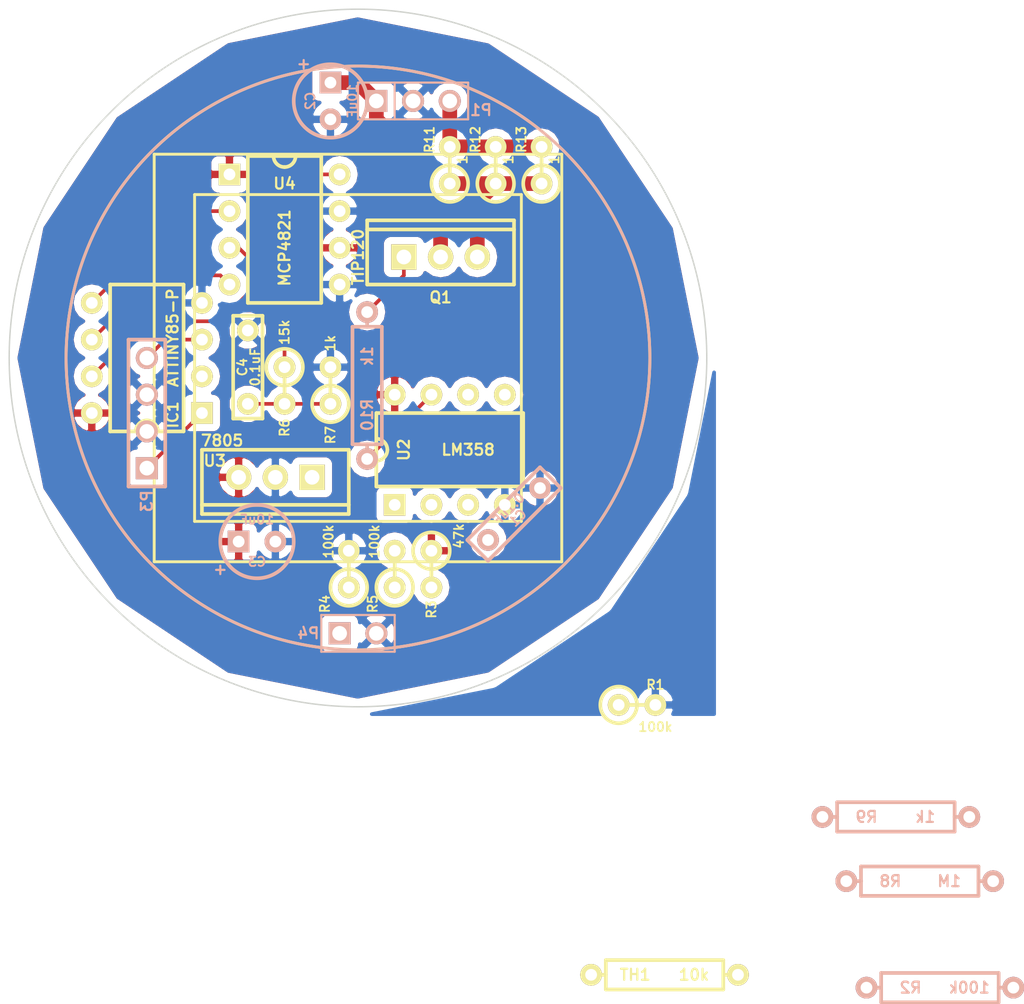
<source format=kicad_pcb>
(kicad_pcb (version 3) (host pcbnew "(2013-07-07 BZR 4022)-stable")

  (general
    (links 56)
    (no_connects 18)
    (area 0 0 0 0)
    (thickness 1.6)
    (drawings 11)
    (tracks 36)
    (zones 0)
    (modules 26)
    (nets 20)
  )

  (page A3)
  (layers
    (15 F.Cu signal)
    (0 B.Cu signal)
    (16 B.Adhes user)
    (17 F.Adhes user)
    (18 B.Paste user)
    (19 F.Paste user)
    (20 B.SilkS user)
    (21 F.SilkS user)
    (22 B.Mask user)
    (23 F.Mask user)
    (24 Dwgs.User user)
    (25 Cmts.User user)
    (26 Eco1.User user)
    (27 Eco2.User user)
    (28 Edge.Cuts user)
  )

  (setup
    (last_trace_width 0.254)
    (user_trace_width 0.508)
    (user_trace_width 1.016)
    (trace_clearance 0.254)
    (zone_clearance 0.508)
    (zone_45_only no)
    (trace_min 0.254)
    (segment_width 0.2)
    (edge_width 0.1)
    (via_size 0.889)
    (via_drill 0.635)
    (via_min_size 0.889)
    (via_min_drill 0.508)
    (uvia_size 0.508)
    (uvia_drill 0.127)
    (uvias_allowed no)
    (uvia_min_size 0.508)
    (uvia_min_drill 0.127)
    (pcb_text_width 0.3)
    (pcb_text_size 1.5 1.5)
    (mod_edge_width 0.15)
    (mod_text_size 1 1)
    (mod_text_width 0.15)
    (pad_size 1.5 1.5)
    (pad_drill 0.6)
    (pad_to_mask_clearance 0)
    (aux_axis_origin 215.9 134.62)
    (visible_elements FFFFFFBF)
    (pcbplotparams
      (layerselection 3178497)
      (usegerberextensions true)
      (excludeedgelayer true)
      (linewidth 0.150000)
      (plotframeref false)
      (viasonmask false)
      (mode 1)
      (useauxorigin false)
      (hpglpennumber 1)
      (hpglpenspeed 20)
      (hpglpendiameter 15)
      (hpglpenoverlay 2)
      (psnegative false)
      (psa4output false)
      (plotreference true)
      (plotvalue true)
      (plotothertext true)
      (plotinvisibletext false)
      (padsonsilk false)
      (subtractmaskfromsilk false)
      (outputformat 1)
      (mirror false)
      (drillshape 1)
      (scaleselection 1)
      (outputdirectory ""))
  )

  (net 0 "")
  (net 1 5v)
  (net 2 GND)
  (net 3 GNDPWR)
  (net 4 N-000001)
  (net 5 N-0000010)
  (net 6 N-0000011)
  (net 7 N-0000012)
  (net 8 N-0000013)
  (net 9 N-0000015)
  (net 10 N-0000016)
  (net 11 N-0000017)
  (net 12 N-0000018)
  (net 13 N-0000019)
  (net 14 N-000002)
  (net 15 N-000006)
  (net 16 N-000007)
  (net 17 N-000008)
  (net 18 N-000009)
  (net 19 Vcc)

  (net_class Default "This is the default net class."
    (clearance 0.254)
    (trace_width 0.254)
    (via_dia 0.889)
    (via_drill 0.635)
    (uvia_dia 0.508)
    (uvia_drill 0.127)
    (add_net "")
    (add_net 5v)
    (add_net GND)
    (add_net GNDPWR)
    (add_net N-000001)
    (add_net N-0000010)
    (add_net N-0000011)
    (add_net N-0000012)
    (add_net N-0000013)
    (add_net N-0000015)
    (add_net N-0000016)
    (add_net N-0000017)
    (add_net N-0000018)
    (add_net N-0000019)
    (add_net N-000002)
    (add_net N-000006)
    (add_net N-000007)
    (add_net N-000008)
    (add_net N-000009)
    (add_net Vcc)
  )

  (module PIN_ARRAY_4x1 (layer B.Cu) (tedit 53A25780) (tstamp 53A25271)
    (at 201.295 138.43 90)
    (descr "Double rangee de contacts 2 x 5 pins")
    (tags CONN)
    (path /5390FFE4)
    (fp_text reference P3 (at -6.096 0 90) (layer B.SilkS)
      (effects (font (size 0.762 0.762) (thickness 0.1524)) (justify mirror))
    )
    (fp_text value CONN_4 (at 0 -2.54 90) (layer B.SilkS) hide
      (effects (font (size 1.016 1.016) (thickness 0.2032)) (justify mirror))
    )
    (fp_line (start 5.08 -1.27) (end -5.08 -1.27) (layer B.SilkS) (width 0.254))
    (fp_line (start 5.08 1.27) (end -5.08 1.27) (layer B.SilkS) (width 0.254))
    (fp_line (start -5.08 1.27) (end -5.08 -1.27) (layer B.SilkS) (width 0.254))
    (fp_line (start 5.08 -1.27) (end 5.08 1.27) (layer B.SilkS) (width 0.254))
    (pad 1 thru_hole rect (at -3.81 0 90) (size 1.524 1.524) (drill 1.016)
      (layers *.Cu *.Mask B.SilkS)
      (net 18 N-000009)
    )
    (pad 2 thru_hole circle (at -1.27 0 90) (size 1.524 1.524) (drill 1.016)
      (layers *.Cu *.Mask B.SilkS)
      (net 2 GND)
    )
    (pad 3 thru_hole circle (at 1.27 0 90) (size 1.524 1.524) (drill 1.016)
      (layers *.Cu *.Mask B.SilkS)
      (net 2 GND)
    )
    (pad 4 thru_hole circle (at 3.81 0 90) (size 1.524 1.524) (drill 1.016)
      (layers *.Cu *.Mask B.SilkS)
      (net 8 N-0000013)
    )
    (model pin_array\pins_array_4x1.wrl
      (at (xyz 0 0 0))
      (scale (xyz 1 1 1))
      (rotate (xyz 0 0 0))
    )
  )

  (module PIN_ARRAY_3X1 (layer B.Cu) (tedit 53A25535) (tstamp 53A2527D)
    (at 219.71 116.84)
    (descr "Connecteur 3 pins")
    (tags "CONN DEV")
    (path /539126EB)
    (fp_text reference P1 (at 4.699 0.635) (layer B.SilkS)
      (effects (font (size 0.762 0.762) (thickness 0.1524)) (justify mirror))
    )
    (fp_text value CONN_3 (at 0 2.159) (layer B.SilkS) hide
      (effects (font (size 1.016 1.016) (thickness 0.1524)) (justify mirror))
    )
    (fp_line (start -3.81 -1.27) (end -3.81 1.27) (layer B.SilkS) (width 0.1524))
    (fp_line (start -3.81 1.27) (end 3.81 1.27) (layer B.SilkS) (width 0.1524))
    (fp_line (start 3.81 1.27) (end 3.81 -1.27) (layer B.SilkS) (width 0.1524))
    (fp_line (start 3.81 -1.27) (end -3.81 -1.27) (layer B.SilkS) (width 0.1524))
    (fp_line (start -1.27 1.27) (end -1.27 -1.27) (layer B.SilkS) (width 0.1524))
    (pad 1 thru_hole rect (at -2.54 0) (size 1.524 1.524) (drill 1.016)
      (layers *.Cu *.Mask B.SilkS)
      (net 19 Vcc)
    )
    (pad 2 thru_hole circle (at 0 0) (size 1.524 1.524) (drill 1.016)
      (layers *.Cu *.Mask B.SilkS)
      (net 2 GND)
    )
    (pad 3 thru_hole circle (at 2.54 0) (size 1.524 1.524) (drill 1.016)
      (layers *.Cu *.Mask B.SilkS)
      (net 3 GNDPWR)
    )
    (model pin_array/pins_array_3x1.wrl
      (at (xyz 0 0 0))
      (scale (xyz 1 1 1))
      (rotate (xyz 0 0 0))
    )
  )

  (module PIN_ARRAY_2X1 (layer B.Cu) (tedit 53A25814) (tstamp 53A25287)
    (at 215.9 153.67)
    (descr "Connecteurs 2 pins")
    (tags "CONN DEV")
    (path /539131C2)
    (fp_text reference P4 (at -3.429 0) (layer B.SilkS)
      (effects (font (size 0.762 0.762) (thickness 0.1524)) (justify mirror))
    )
    (fp_text value CONN_2 (at 0 1.905) (layer B.SilkS) hide
      (effects (font (size 0.762 0.762) (thickness 0.1524)) (justify mirror))
    )
    (fp_line (start -2.54 -1.27) (end -2.54 1.27) (layer B.SilkS) (width 0.1524))
    (fp_line (start -2.54 1.27) (end 2.54 1.27) (layer B.SilkS) (width 0.1524))
    (fp_line (start 2.54 1.27) (end 2.54 -1.27) (layer B.SilkS) (width 0.1524))
    (fp_line (start 2.54 -1.27) (end -2.54 -1.27) (layer B.SilkS) (width 0.1524))
    (pad 1 thru_hole rect (at -1.27 0) (size 1.524 1.524) (drill 1.016)
      (layers *.Cu *.Mask B.SilkS)
      (net 5 N-0000010)
    )
    (pad 2 thru_hole circle (at 1.27 0) (size 1.524 1.524) (drill 1.016)
      (layers *.Cu *.Mask B.SilkS)
      (net 2 GND)
    )
    (model pin_array/pins_array_2x1.wrl
      (at (xyz 0 0 0))
      (scale (xyz 1 1 1))
      (rotate (xyz 0 0 0))
    )
  )

  (module TO-220_V_069A (layer F.Cu) (tedit 53A23DA0) (tstamp 53A25295)
    (at 219.075 127.635)
    (descr "TO-220, vertical, 0.04\" holes, 0.069\" pads")
    (tags "TR TO220")
    (path /539A87ED)
    (fp_text reference Q1 (at 2.54 2.794) (layer F.SilkS)
      (effects (font (size 0.762 0.762) (thickness 0.1524)))
    )
    (fp_text value TIP120 (at -3.175 0 90) (layer F.SilkS)
      (effects (font (size 0.762 0.762) (thickness 0.1524)))
    )
    (fp_line (start -2.54 -1.905) (end -2.54 -2.54) (layer F.SilkS) (width 0.254))
    (fp_line (start -2.54 -2.54) (end 7.62 -2.54) (layer F.SilkS) (width 0.254))
    (fp_line (start 7.62 -2.54) (end 7.62 -1.905) (layer F.SilkS) (width 0.254))
    (fp_line (start -2.54 1.905) (end -2.54 -1.905) (layer F.SilkS) (width 0.254))
    (fp_line (start -2.54 -1.905) (end 7.62 -1.905) (layer F.SilkS) (width 0.254))
    (fp_line (start 7.62 -1.905) (end 7.62 1.905) (layer F.SilkS) (width 0.254))
    (fp_line (start 7.62 1.905) (end -2.54 1.905) (layer F.SilkS) (width 0.254))
    (pad 1 thru_hole rect (at 0 0 90) (size 1.7526 1.7526) (drill 1.016)
      (layers *.Cu *.Mask F.SilkS)
      (net 10 N-0000016)
    )
    (pad 2 thru_hole oval (at 2.54 0 90) (size 1.7526 1.7526) (drill 1.016)
      (layers *.Cu *.Mask F.SilkS)
      (net 19 Vcc)
    )
    (pad 3 thru_hole oval (at 5.08 0 90) (size 1.7526 1.7526) (drill 1.016)
      (layers *.Cu *.Mask F.SilkS)
      (net 11 N-0000017)
    )
  )

  (module TO-220_V_069A (layer F.Cu) (tedit 53A258C2) (tstamp 53A252A3)
    (at 212.725 142.875 180)
    (descr "TO-220, vertical, 0.04\" holes, 0.069\" pads")
    (tags "TR TO220")
    (path /539A8BCE)
    (fp_text reference U3 (at 6.731 1.143 180) (layer F.SilkS)
      (effects (font (size 0.762 0.762) (thickness 0.1524)))
    )
    (fp_text value 7805 (at 6.223 2.54 180) (layer F.SilkS)
      (effects (font (size 0.762 0.762) (thickness 0.1524)))
    )
    (fp_line (start -2.54 -1.905) (end -2.54 -2.54) (layer F.SilkS) (width 0.254))
    (fp_line (start -2.54 -2.54) (end 7.62 -2.54) (layer F.SilkS) (width 0.254))
    (fp_line (start 7.62 -2.54) (end 7.62 -1.905) (layer F.SilkS) (width 0.254))
    (fp_line (start -2.54 1.905) (end -2.54 -1.905) (layer F.SilkS) (width 0.254))
    (fp_line (start -2.54 -1.905) (end 7.62 -1.905) (layer F.SilkS) (width 0.254))
    (fp_line (start 7.62 -1.905) (end 7.62 1.905) (layer F.SilkS) (width 0.254))
    (fp_line (start 7.62 1.905) (end -2.54 1.905) (layer F.SilkS) (width 0.254))
    (pad 1 thru_hole rect (at 0 0 270) (size 1.7526 1.7526) (drill 1.016)
      (layers *.Cu *.Mask F.SilkS)
      (net 19 Vcc)
    )
    (pad 2 thru_hole oval (at 2.54 0 270) (size 1.7526 1.7526) (drill 1.016)
      (layers *.Cu *.Mask F.SilkS)
      (net 2 GND)
    )
    (pad 3 thru_hole oval (at 5.08 0 270) (size 1.7526 1.7526) (drill 1.016)
      (layers *.Cu *.Mask F.SilkS)
      (net 1 5v)
    )
  )

  (module R_AXIAL_0W25_V_059A (layer F.Cu) (tedit 53A24283) (tstamp 53A252AB)
    (at 233.934 158.623)
    (descr "1/4W resistor, vertical")
    (tags R)
    (path /53A22D34)
    (autoplace_cost90 10)
    (autoplace_cost180 10)
    (fp_text reference R1 (at 2.54 -1.397) (layer F.SilkS)
      (effects (font (size 0.635 0.635) (thickness 0.127)))
    )
    (fp_text value 100k (at 2.54 1.524) (layer F.SilkS)
      (effects (font (size 0.635 0.635) (thickness 0.127)))
    )
    (fp_circle (center 0 0) (end 1.27 0) (layer F.SilkS) (width 0.254))
    (fp_line (start 0 0) (end 2.54 0) (layer F.SilkS) (width 0.254))
    (pad 1 thru_hole oval (at 0 0) (size 1.4986 1.4986) (drill 0.8128)
      (layers *.Cu *.Mask F.SilkS)
      (net 5 N-0000010)
    )
    (pad 2 thru_hole oval (at 2.54 0) (size 1.4986 1.4986) (drill 0.8128)
      (layers *.Cu *.Mask F.SilkS)
      (net 2 GND)
    )
    (model discret/verti_resistor.wrl
      (at (xyz 0 0 0))
      (scale (xyz 1 1 1))
      (rotate (xyz 0 0 0))
    )
  )

  (module R_AXIAL_0W25_V_059A (layer F.Cu) (tedit 53A259A7) (tstamp 53A252B3)
    (at 218.44 150.495 90)
    (descr "1/4W resistor, vertical")
    (tags R)
    (path /539A964B)
    (autoplace_cost90 10)
    (autoplace_cost180 10)
    (fp_text reference R5 (at -1.143 -1.524 90) (layer F.SilkS)
      (effects (font (size 0.635 0.635) (thickness 0.127)))
    )
    (fp_text value 100k (at 3.175 -1.397 90) (layer F.SilkS)
      (effects (font (size 0.635 0.635) (thickness 0.127)))
    )
    (fp_circle (center 0 0) (end 1.27 0) (layer F.SilkS) (width 0.254))
    (fp_line (start 0 0) (end 2.54 0) (layer F.SilkS) (width 0.254))
    (pad 1 thru_hole oval (at 0 0 90) (size 1.4986 1.4986) (drill 0.8128)
      (layers *.Cu *.Mask F.SilkS)
      (net 17 N-000008)
    )
    (pad 2 thru_hole oval (at 2.54 0 90) (size 1.4986 1.4986) (drill 0.8128)
      (layers *.Cu *.Mask F.SilkS)
      (net 4 N-000001)
    )
    (model discret/verti_resistor.wrl
      (at (xyz 0 0 0))
      (scale (xyz 1 1 1))
      (rotate (xyz 0 0 0))
    )
  )

  (module R_AXIAL_0W25_V_059A (layer F.Cu) (tedit 53A259A2) (tstamp 53A252BB)
    (at 215.265 150.495 90)
    (descr "1/4W resistor, vertical")
    (tags R)
    (path /539A963C)
    (autoplace_cost90 10)
    (autoplace_cost180 10)
    (fp_text reference R4 (at -1.143 -1.651 90) (layer F.SilkS)
      (effects (font (size 0.635 0.635) (thickness 0.127)))
    )
    (fp_text value 100k (at 3.175 -1.397 90) (layer F.SilkS)
      (effects (font (size 0.635 0.635) (thickness 0.127)))
    )
    (fp_circle (center 0 0) (end 1.27 0) (layer F.SilkS) (width 0.254))
    (fp_line (start 0 0) (end 2.54 0) (layer F.SilkS) (width 0.254))
    (pad 1 thru_hole oval (at 0 0 90) (size 1.4986 1.4986) (drill 0.8128)
      (layers *.Cu *.Mask F.SilkS)
      (net 17 N-000008)
    )
    (pad 2 thru_hole oval (at 2.54 0 90) (size 1.4986 1.4986) (drill 0.8128)
      (layers *.Cu *.Mask F.SilkS)
      (net 2 GND)
    )
    (model discret/verti_resistor.wrl
      (at (xyz 0 0 0))
      (scale (xyz 1 1 1))
      (rotate (xyz 0 0 0))
    )
  )

  (module R_AXIAL_0W25_V_059A (layer F.Cu) (tedit 53A259AD) (tstamp 53A252C3)
    (at 220.98 147.955 270)
    (descr "1/4W resistor, vertical")
    (tags R)
    (path /539A962D)
    (autoplace_cost90 10)
    (autoplace_cost180 10)
    (fp_text reference R3 (at 4.064 0 270) (layer F.SilkS)
      (effects (font (size 0.635 0.635) (thickness 0.127)))
    )
    (fp_text value 47k (at -1.016 -1.905 270) (layer F.SilkS)
      (effects (font (size 0.635 0.635) (thickness 0.127)))
    )
    (fp_circle (center 0 0) (end 1.27 0) (layer F.SilkS) (width 0.254))
    (fp_line (start 0 0) (end 2.54 0) (layer F.SilkS) (width 0.254))
    (pad 1 thru_hole oval (at 0 0 270) (size 1.4986 1.4986) (drill 0.8128)
      (layers *.Cu *.Mask F.SilkS)
      (net 1 5v)
    )
    (pad 2 thru_hole oval (at 2.54 0 270) (size 1.4986 1.4986) (drill 0.8128)
      (layers *.Cu *.Mask F.SilkS)
      (net 17 N-000008)
    )
    (model discret/verti_resistor.wrl
      (at (xyz 0 0 0))
      (scale (xyz 1 1 1))
      (rotate (xyz 0 0 0))
    )
  )

  (module R_AXIAL_0W25_V_059A (layer F.Cu) (tedit 53A258F1) (tstamp 53A252CB)
    (at 213.995 137.795 90)
    (descr "1/4W resistor, vertical")
    (tags R)
    (path /539A8AB7)
    (autoplace_cost90 10)
    (autoplace_cost180 10)
    (fp_text reference R7 (at -2.159 0 90) (layer F.SilkS)
      (effects (font (size 0.635 0.635) (thickness 0.127)))
    )
    (fp_text value 1k (at 4.191 0 90) (layer F.SilkS)
      (effects (font (size 0.635 0.635) (thickness 0.127)))
    )
    (fp_circle (center 0 0) (end 1.27 0) (layer F.SilkS) (width 0.254))
    (fp_line (start 0 0) (end 2.54 0) (layer F.SilkS) (width 0.254))
    (pad 1 thru_hole oval (at 0 0 90) (size 1.4986 1.4986) (drill 0.8128)
      (layers *.Cu *.Mask F.SilkS)
      (net 16 N-000007)
    )
    (pad 2 thru_hole oval (at 2.54 0 90) (size 1.4986 1.4986) (drill 0.8128)
      (layers *.Cu *.Mask F.SilkS)
      (net 2 GND)
    )
    (model discret/verti_resistor.wrl
      (at (xyz 0 0 0))
      (scale (xyz 1 1 1))
      (rotate (xyz 0 0 0))
    )
  )

  (module R_AXIAL_0W25_V_059A (layer F.Cu) (tedit 53A258F3) (tstamp 53A252D3)
    (at 210.82 135.255 270)
    (descr "1/4W resistor, vertical")
    (tags R)
    (path /539A8AA8)
    (autoplace_cost90 10)
    (autoplace_cost180 10)
    (fp_text reference R6 (at 4.191 0 270) (layer F.SilkS)
      (effects (font (size 0.635 0.635) (thickness 0.127)))
    )
    (fp_text value 15k (at -2.413 0 270) (layer F.SilkS)
      (effects (font (size 0.635 0.635) (thickness 0.127)))
    )
    (fp_circle (center 0 0) (end 1.27 0) (layer F.SilkS) (width 0.254))
    (fp_line (start 0 0) (end 2.54 0) (layer F.SilkS) (width 0.254))
    (pad 1 thru_hole oval (at 0 0 270) (size 1.4986 1.4986) (drill 0.8128)
      (layers *.Cu *.Mask F.SilkS)
      (net 13 N-0000019)
    )
    (pad 2 thru_hole oval (at 2.54 0 270) (size 1.4986 1.4986) (drill 0.8128)
      (layers *.Cu *.Mask F.SilkS)
      (net 16 N-000007)
    )
    (model discret/verti_resistor.wrl
      (at (xyz 0 0 0))
      (scale (xyz 1 1 1))
      (rotate (xyz 0 0 0))
    )
  )

  (module R_AXIAL_0W25_V_059A (layer F.Cu) (tedit 53A25642) (tstamp 53A252DB)
    (at 228.6 122.555 90)
    (descr "1/4W resistor, vertical")
    (tags R)
    (path /539A883A)
    (autoplace_cost90 10)
    (autoplace_cost180 10)
    (fp_text reference R13 (at 3.048 -1.397 90) (layer F.SilkS)
      (effects (font (size 0.635 0.635) (thickness 0.127)))
    )
    (fp_text value 1 (at 1.651 0.889 90) (layer F.SilkS)
      (effects (font (size 0.635 0.635) (thickness 0.127)))
    )
    (fp_circle (center 0 0) (end 1.27 0) (layer F.SilkS) (width 0.254))
    (fp_line (start 0 0) (end 2.54 0) (layer F.SilkS) (width 0.254))
    (pad 1 thru_hole oval (at 0 0 90) (size 1.4986 1.4986) (drill 0.8128)
      (layers *.Cu *.Mask F.SilkS)
      (net 11 N-0000017)
    )
    (pad 2 thru_hole oval (at 2.54 0 90) (size 1.4986 1.4986) (drill 0.8128)
      (layers *.Cu *.Mask F.SilkS)
      (net 3 GNDPWR)
    )
    (model discret/verti_resistor.wrl
      (at (xyz 0 0 0))
      (scale (xyz 1 1 1))
      (rotate (xyz 0 0 0))
    )
  )

  (module R_AXIAL_0W25_V_059A (layer F.Cu) (tedit 53A2563E) (tstamp 53A252E3)
    (at 225.425 122.555 90)
    (descr "1/4W resistor, vertical")
    (tags R)
    (path /539A882B)
    (autoplace_cost90 10)
    (autoplace_cost180 10)
    (fp_text reference R12 (at 3.048 -1.397 90) (layer F.SilkS)
      (effects (font (size 0.635 0.635) (thickness 0.127)))
    )
    (fp_text value 1 (at 1.651 0.889 90) (layer F.SilkS)
      (effects (font (size 0.635 0.635) (thickness 0.127)))
    )
    (fp_circle (center 0 0) (end 1.27 0) (layer F.SilkS) (width 0.254))
    (fp_line (start 0 0) (end 2.54 0) (layer F.SilkS) (width 0.254))
    (pad 1 thru_hole oval (at 0 0 90) (size 1.4986 1.4986) (drill 0.8128)
      (layers *.Cu *.Mask F.SilkS)
      (net 11 N-0000017)
    )
    (pad 2 thru_hole oval (at 2.54 0 90) (size 1.4986 1.4986) (drill 0.8128)
      (layers *.Cu *.Mask F.SilkS)
      (net 3 GNDPWR)
    )
    (model discret/verti_resistor.wrl
      (at (xyz 0 0 0))
      (scale (xyz 1 1 1))
      (rotate (xyz 0 0 0))
    )
  )

  (module R_AXIAL_0W25_V_059A (layer F.Cu) (tedit 53A2563B) (tstamp 53A252EB)
    (at 222.25 122.555 90)
    (descr "1/4W resistor, vertical")
    (tags R)
    (path /539A881C)
    (autoplace_cost90 10)
    (autoplace_cost180 10)
    (fp_text reference R11 (at 3.048 -1.397 90) (layer F.SilkS)
      (effects (font (size 0.635 0.635) (thickness 0.127)))
    )
    (fp_text value 1 (at 1.651 0.889 90) (layer F.SilkS)
      (effects (font (size 0.635 0.635) (thickness 0.127)))
    )
    (fp_circle (center 0 0) (end 1.27 0) (layer F.SilkS) (width 0.254))
    (fp_line (start 0 0) (end 2.54 0) (layer F.SilkS) (width 0.254))
    (pad 1 thru_hole oval (at 0 0 90) (size 1.4986 1.4986) (drill 0.8128)
      (layers *.Cu *.Mask F.SilkS)
      (net 11 N-0000017)
    )
    (pad 2 thru_hole oval (at 2.54 0 90) (size 1.4986 1.4986) (drill 0.8128)
      (layers *.Cu *.Mask F.SilkS)
      (net 3 GNDPWR)
    )
    (model discret/verti_resistor.wrl
      (at (xyz 0 0 0))
      (scale (xyz 1 1 1))
      (rotate (xyz 0 0 0))
    )
  )

  (module R_AXIAL_0W25_059A (layer B.Cu) (tedit 53A245D9) (tstamp 53A252F8)
    (at 248.031 166.37)
    (descr "Resistor Axial 1/4W 0.4\"")
    (tags R)
    (path /539A89FC)
    (autoplace_cost180 10)
    (fp_text reference R9 (at 3.048 0) (layer B.SilkS)
      (effects (font (size 0.762 0.762) (thickness 0.1524)) (justify mirror))
    )
    (fp_text value 1k (at 7.112 0) (layer B.SilkS)
      (effects (font (size 0.762 0.762) (thickness 0.1524)) (justify mirror))
    )
    (fp_line (start 0 0) (end 1.016 0) (layer B.SilkS) (width 0.254))
    (fp_line (start 1.016 0) (end 1.016 1.016) (layer B.SilkS) (width 0.254))
    (fp_line (start 1.016 1.016) (end 9.144 1.016) (layer B.SilkS) (width 0.254))
    (fp_line (start 9.144 1.016) (end 9.144 -1.016) (layer B.SilkS) (width 0.254))
    (fp_line (start 9.144 -1.016) (end 1.016 -1.016) (layer B.SilkS) (width 0.254))
    (fp_line (start 1.016 -1.016) (end 1.016 0) (layer B.SilkS) (width 0.254))
    (fp_line (start 10.16 0) (end 9.144 0) (layer B.SilkS) (width 0.254))
    (pad 1 thru_hole oval (at 0 0) (size 1.4986 1.4986) (drill 0.8128)
      (layers *.Cu *.Mask B.SilkS)
      (net 12 N-0000018)
    )
    (pad 2 thru_hole oval (at 10.16 0) (size 1.4986 1.4986) (drill 0.8128)
      (layers *.Cu *.Mask B.SilkS)
      (net 11 N-0000017)
    )
    (model discret/resistor.wrl
      (at (xyz 0 0 0))
      (scale (xyz 0.4 0.4 0.4))
      (rotate (xyz 0 0 0))
    )
  )

  (module R_AXIAL_0W25_059A (layer B.Cu) (tedit 53A245D9) (tstamp 53A25305)
    (at 249.682 170.815)
    (descr "Resistor Axial 1/4W 0.4\"")
    (tags R)
    (path /539A89ED)
    (autoplace_cost180 10)
    (fp_text reference R8 (at 3.048 0) (layer B.SilkS)
      (effects (font (size 0.762 0.762) (thickness 0.1524)) (justify mirror))
    )
    (fp_text value 1M (at 7.112 0) (layer B.SilkS)
      (effects (font (size 0.762 0.762) (thickness 0.1524)) (justify mirror))
    )
    (fp_line (start 0 0) (end 1.016 0) (layer B.SilkS) (width 0.254))
    (fp_line (start 1.016 0) (end 1.016 1.016) (layer B.SilkS) (width 0.254))
    (fp_line (start 1.016 1.016) (end 9.144 1.016) (layer B.SilkS) (width 0.254))
    (fp_line (start 9.144 1.016) (end 9.144 -1.016) (layer B.SilkS) (width 0.254))
    (fp_line (start 9.144 -1.016) (end 1.016 -1.016) (layer B.SilkS) (width 0.254))
    (fp_line (start 1.016 -1.016) (end 1.016 0) (layer B.SilkS) (width 0.254))
    (fp_line (start 10.16 0) (end 9.144 0) (layer B.SilkS) (width 0.254))
    (pad 1 thru_hole oval (at 0 0) (size 1.4986 1.4986) (drill 0.8128)
      (layers *.Cu *.Mask B.SilkS)
      (net 1 5v)
    )
    (pad 2 thru_hole oval (at 10.16 0) (size 1.4986 1.4986) (drill 0.8128)
      (layers *.Cu *.Mask B.SilkS)
      (net 12 N-0000018)
    )
    (model discret/resistor.wrl
      (at (xyz 0 0 0))
      (scale (xyz 0.4 0.4 0.4))
      (rotate (xyz 0 0 0))
    )
  )

  (module R_AXIAL_0W25_059A (layer B.Cu) (tedit 53A245D9) (tstamp 53A25312)
    (at 216.535 141.605 90)
    (descr "Resistor Axial 1/4W 0.4\"")
    (tags R)
    (path /539A8968)
    (autoplace_cost180 10)
    (fp_text reference R10 (at 3.048 0 90) (layer B.SilkS)
      (effects (font (size 0.762 0.762) (thickness 0.1524)) (justify mirror))
    )
    (fp_text value 1k (at 7.112 0 90) (layer B.SilkS)
      (effects (font (size 0.762 0.762) (thickness 0.1524)) (justify mirror))
    )
    (fp_line (start 0 0) (end 1.016 0) (layer B.SilkS) (width 0.254))
    (fp_line (start 1.016 0) (end 1.016 1.016) (layer B.SilkS) (width 0.254))
    (fp_line (start 1.016 1.016) (end 9.144 1.016) (layer B.SilkS) (width 0.254))
    (fp_line (start 9.144 1.016) (end 9.144 -1.016) (layer B.SilkS) (width 0.254))
    (fp_line (start 9.144 -1.016) (end 1.016 -1.016) (layer B.SilkS) (width 0.254))
    (fp_line (start 1.016 -1.016) (end 1.016 0) (layer B.SilkS) (width 0.254))
    (fp_line (start 10.16 0) (end 9.144 0) (layer B.SilkS) (width 0.254))
    (pad 1 thru_hole oval (at 0 0 90) (size 1.4986 1.4986) (drill 0.8128)
      (layers *.Cu *.Mask B.SilkS)
      (net 9 N-0000015)
    )
    (pad 2 thru_hole oval (at 10.16 0 90) (size 1.4986 1.4986) (drill 0.8128)
      (layers *.Cu *.Mask B.SilkS)
      (net 10 N-0000016)
    )
    (model discret/resistor.wrl
      (at (xyz 0 0 0))
      (scale (xyz 0.4 0.4 0.4))
      (rotate (xyz 0 0 0))
    )
  )

  (module R_AXIAL_0W25_059A (layer B.Cu) (tedit 53A245D9) (tstamp 53A2531F)
    (at 251.079 178.181)
    (descr "Resistor Axial 1/4W 0.4\"")
    (tags R)
    (path /539A94A7)
    (autoplace_cost180 10)
    (fp_text reference R2 (at 3.048 0) (layer B.SilkS)
      (effects (font (size 0.762 0.762) (thickness 0.1524)) (justify mirror))
    )
    (fp_text value 100k (at 7.112 0) (layer B.SilkS)
      (effects (font (size 0.762 0.762) (thickness 0.1524)) (justify mirror))
    )
    (fp_line (start 0 0) (end 1.016 0) (layer B.SilkS) (width 0.254))
    (fp_line (start 1.016 0) (end 1.016 1.016) (layer B.SilkS) (width 0.254))
    (fp_line (start 1.016 1.016) (end 9.144 1.016) (layer B.SilkS) (width 0.254))
    (fp_line (start 9.144 1.016) (end 9.144 -1.016) (layer B.SilkS) (width 0.254))
    (fp_line (start 9.144 -1.016) (end 1.016 -1.016) (layer B.SilkS) (width 0.254))
    (fp_line (start 1.016 -1.016) (end 1.016 0) (layer B.SilkS) (width 0.254))
    (fp_line (start 10.16 0) (end 9.144 0) (layer B.SilkS) (width 0.254))
    (pad 1 thru_hole oval (at 0 0) (size 1.4986 1.4986) (drill 0.8128)
      (layers *.Cu *.Mask B.SilkS)
      (net 5 N-0000010)
    )
    (pad 2 thru_hole oval (at 10.16 0) (size 1.4986 1.4986) (drill 0.8128)
      (layers *.Cu *.Mask B.SilkS)
      (net 14 N-000002)
    )
    (model discret/resistor.wrl
      (at (xyz 0 0 0))
      (scale (xyz 0.4 0.4 0.4))
      (rotate (xyz 0 0 0))
    )
  )

  (module R_AXIAL_0W25_059A (layer F.Cu) (tedit 53A25A50) (tstamp 53A2532C)
    (at 232.029 177.292)
    (descr "Resistor Axial 1/4W 0.4\"")
    (tags R)
    (path /53A22BFB)
    (autoplace_cost180 10)
    (fp_text reference TH1 (at 3.048 0) (layer F.SilkS)
      (effects (font (size 0.762 0.762) (thickness 0.1524)))
    )
    (fp_text value 10k (at 7.112 0) (layer F.SilkS)
      (effects (font (size 0.762 0.762) (thickness 0.1524)))
    )
    (fp_line (start 0 0) (end 1.016 0) (layer F.SilkS) (width 0.254))
    (fp_line (start 1.016 0) (end 1.016 -1.016) (layer F.SilkS) (width 0.254))
    (fp_line (start 1.016 -1.016) (end 9.144 -1.016) (layer F.SilkS) (width 0.254))
    (fp_line (start 9.144 -1.016) (end 9.144 1.016) (layer F.SilkS) (width 0.254))
    (fp_line (start 9.144 1.016) (end 1.016 1.016) (layer F.SilkS) (width 0.254))
    (fp_line (start 1.016 1.016) (end 1.016 0) (layer F.SilkS) (width 0.254))
    (fp_line (start 10.16 0) (end 9.144 0) (layer F.SilkS) (width 0.254))
    (pad 1 thru_hole oval (at 0 0) (size 1.4986 1.4986) (drill 0.8128)
      (layers *.Cu *.Mask F.SilkS)
      (net 1 5v)
    )
    (pad 2 thru_hole oval (at 10.16 0) (size 1.4986 1.4986) (drill 0.8128)
      (layers *.Cu *.Mask F.SilkS)
      (net 5 N-0000010)
    )
    (model discret/resistor.wrl
      (at (xyz 0 0 0))
      (scale (xyz 0.4 0.4 0.4))
      (rotate (xyz 0 0 0))
    )
  )

  (module ELCAP_10_20_V_059A (layer B.Cu) (tedit 53A23F6E) (tstamp 53A25334)
    (at 213.995 115.57 270)
    (descr "Electrolytic Capacitor, vertical, 0.1\" pins, 0.2\" body")
    (tags CP)
    (path /539A8C29)
    (fp_text reference C2 (at 1.27 1.397 270) (layer B.SilkS)
      (effects (font (size 0.635 0.635) (thickness 0.127)) (justify mirror))
    )
    (fp_text value 10uF (at 1.27 -1.524 270) (layer B.SilkS)
      (effects (font (size 0.635 0.635) (thickness 0.127)) (justify mirror))
    )
    (fp_text user + (at -1.27 1.905 270) (layer B.SilkS)
      (effects (font (size 0.762 0.762) (thickness 0.1524)) (justify mirror))
    )
    (fp_circle (center 1.27 0) (end 3.81 0) (layer B.SilkS) (width 0.254))
    (pad 1 thru_hole rect (at 0 0 270) (size 1.4986 1.4986) (drill 0.8128)
      (layers *.Cu *.Mask B.SilkS)
      (net 19 Vcc)
    )
    (pad 2 thru_hole oval (at 2.54 0 270) (size 1.4986 1.4986) (drill 0.8128)
      (layers *.Cu *.Mask B.SilkS)
      (net 2 GND)
    )
    (model discret/c_vert_c2v10.wrl
      (at (xyz 0 0 0))
      (scale (xyz 1 1 1))
      (rotate (xyz 0 0 0))
    )
  )

  (module ELCAP_10_20_V_059A (layer B.Cu) (tedit 53A23F6E) (tstamp 53A2533C)
    (at 207.645 147.32)
    (descr "Electrolytic Capacitor, vertical, 0.1\" pins, 0.2\" body")
    (tags CP)
    (path /539A8C38)
    (fp_text reference C3 (at 1.27 1.397) (layer B.SilkS)
      (effects (font (size 0.635 0.635) (thickness 0.127)) (justify mirror))
    )
    (fp_text value 10uF (at 1.27 -1.524) (layer B.SilkS)
      (effects (font (size 0.635 0.635) (thickness 0.127)) (justify mirror))
    )
    (fp_text user + (at -1.27 1.905) (layer B.SilkS)
      (effects (font (size 0.762 0.762) (thickness 0.1524)) (justify mirror))
    )
    (fp_circle (center 1.27 0) (end 3.81 0) (layer B.SilkS) (width 0.254))
    (pad 1 thru_hole rect (at 0 0) (size 1.4986 1.4986) (drill 0.8128)
      (layers *.Cu *.Mask B.SilkS)
      (net 1 5v)
    )
    (pad 2 thru_hole oval (at 2.54 0) (size 1.4986 1.4986) (drill 0.8128)
      (layers *.Cu *.Mask B.SilkS)
      (net 2 GND)
    )
    (model discret/c_vert_c2v10.wrl
      (at (xyz 0 0 0))
      (scale (xyz 1 1 1))
      (rotate (xyz 0 0 0))
    )
  )

  (module DIP8_059A (layer F.Cu) (tedit 53A23991) (tstamp 53A2534E)
    (at 207.01 121.92 270)
    (descr "8-lead DIP package")
    (tags DIP)
    (path /539A6F2A)
    (fp_text reference U4 (at 0.635 -3.81 360) (layer F.SilkS)
      (effects (font (size 0.762 0.762) (thickness 0.1524)))
    )
    (fp_text value MCP4821 (at 5.08 -3.81 270) (layer F.SilkS)
      (effects (font (size 0.762 0.762) (thickness 0.1524)))
    )
    (fp_arc (start -1.27 -3.81) (end -1.27 -4.572) (angle 90) (layer F.SilkS) (width 0.254))
    (fp_arc (start -1.27 -3.81) (end -0.508 -3.81) (angle 90) (layer F.SilkS) (width 0.254))
    (fp_line (start -1.27 -6.35) (end 8.89 -6.35) (layer F.SilkS) (width 0.254))
    (fp_line (start 8.89 -6.35) (end 8.89 -1.27) (layer F.SilkS) (width 0.254))
    (fp_line (start 8.89 -1.27) (end -1.27 -1.27) (layer F.SilkS) (width 0.254))
    (fp_line (start -1.27 -1.27) (end -1.27 -6.35) (layer F.SilkS) (width 0.254))
    (pad 1 thru_hole rect (at 0 0 270) (size 1.4986 1.4986) (drill 0.8128)
      (layers *.Cu *.Mask F.SilkS)
      (net 1 5v)
    )
    (pad 2 thru_hole oval (at 2.54 0 270) (size 1.4986 1.4986) (drill 0.8128)
      (layers *.Cu *.Mask F.SilkS)
      (net 7 N-0000012)
    )
    (pad 3 thru_hole oval (at 5.08 0 270) (size 1.4986 1.4986) (drill 0.8128)
      (layers *.Cu *.Mask F.SilkS)
      (net 15 N-000006)
    )
    (pad 4 thru_hole oval (at 7.62 0 270) (size 1.4986 1.4986) (drill 0.8128)
      (layers *.Cu *.Mask F.SilkS)
      (net 6 N-0000011)
    )
    (pad 5 thru_hole oval (at 7.62 -7.62 270) (size 1.4986 1.4986) (drill 0.8128)
      (layers *.Cu *.Mask F.SilkS)
      (net 2 GND)
    )
    (pad 6 thru_hole oval (at 5.08 -7.62 270) (size 1.4986 1.4986) (drill 0.8128)
      (layers *.Cu *.Mask F.SilkS)
      (net 1 5v)
    )
    (pad 8 thru_hole oval (at 0 -7.62 270) (size 1.4986 1.4986) (drill 0.8128)
      (layers *.Cu *.Mask F.SilkS)
      (net 13 N-0000019)
    )
    (pad 7 thru_hole oval (at 2.54 -7.62 270) (size 1.4986 1.4986) (drill 0.8128)
      (layers *.Cu *.Mask F.SilkS)
      (net 2 GND)
    )
    (model dil/dil_8.wrl
      (at (xyz 0 0 0))
      (scale (xyz 1 1 1))
      (rotate (xyz 0 0 0))
    )
  )

  (module DIP8_059A (layer F.Cu) (tedit 53A23991) (tstamp 53A25360)
    (at 218.44 144.78)
    (descr "8-lead DIP package")
    (tags DIP)
    (path /539FDA10)
    (fp_text reference U2 (at 0.635 -3.81 90) (layer F.SilkS)
      (effects (font (size 0.762 0.762) (thickness 0.1524)))
    )
    (fp_text value LM358 (at 5.08 -3.81) (layer F.SilkS)
      (effects (font (size 0.762 0.762) (thickness 0.1524)))
    )
    (fp_arc (start -1.27 -3.81) (end -1.27 -4.572) (angle 90) (layer F.SilkS) (width 0.254))
    (fp_arc (start -1.27 -3.81) (end -0.508 -3.81) (angle 90) (layer F.SilkS) (width 0.254))
    (fp_line (start -1.27 -6.35) (end 8.89 -6.35) (layer F.SilkS) (width 0.254))
    (fp_line (start 8.89 -6.35) (end 8.89 -1.27) (layer F.SilkS) (width 0.254))
    (fp_line (start 8.89 -1.27) (end -1.27 -1.27) (layer F.SilkS) (width 0.254))
    (fp_line (start -1.27 -1.27) (end -1.27 -6.35) (layer F.SilkS) (width 0.254))
    (pad 1 thru_hole rect (at 0 0) (size 1.4986 1.4986) (drill 0.8128)
      (layers *.Cu *.Mask F.SilkS)
      (net 4 N-000001)
    )
    (pad 2 thru_hole oval (at 2.54 0) (size 1.4986 1.4986) (drill 0.8128)
      (layers *.Cu *.Mask F.SilkS)
      (net 17 N-000008)
    )
    (pad 3 thru_hole oval (at 5.08 0) (size 1.4986 1.4986) (drill 0.8128)
      (layers *.Cu *.Mask F.SilkS)
      (net 14 N-000002)
    )
    (pad 4 thru_hole oval (at 7.62 0) (size 1.4986 1.4986) (drill 0.8128)
      (layers *.Cu *.Mask F.SilkS)
      (net 2 GND)
    )
    (pad 5 thru_hole oval (at 7.62 -7.62) (size 1.4986 1.4986) (drill 0.8128)
      (layers *.Cu *.Mask F.SilkS)
      (net 16 N-000007)
    )
    (pad 6 thru_hole oval (at 5.08 -7.62) (size 1.4986 1.4986) (drill 0.8128)
      (layers *.Cu *.Mask F.SilkS)
      (net 12 N-0000018)
    )
    (pad 8 thru_hole oval (at 0 -7.62) (size 1.4986 1.4986) (drill 0.8128)
      (layers *.Cu *.Mask F.SilkS)
      (net 1 5v)
    )
    (pad 7 thru_hole oval (at 2.54 -7.62) (size 1.4986 1.4986) (drill 0.8128)
      (layers *.Cu *.Mask F.SilkS)
      (net 9 N-0000015)
    )
    (model dil/dil_8.wrl
      (at (xyz 0 0 0))
      (scale (xyz 1 1 1))
      (rotate (xyz 0 0 0))
    )
  )

  (module DIP8_059A (layer F.Cu) (tedit 53A25721) (tstamp 53A25372)
    (at 205.105 138.43 90)
    (descr "8-lead DIP package")
    (tags DIP)
    (path /5397EA29)
    (fp_text reference IC1 (at -0.127 -2.032 90) (layer F.SilkS)
      (effects (font (size 0.762 0.762) (thickness 0.1524)))
    )
    (fp_text value ATTINY85-P (at 5.207 -2.032 90) (layer F.SilkS)
      (effects (font (size 0.762 0.762) (thickness 0.1524)))
    )
    (fp_arc (start -1.27 -3.81) (end -1.27 -4.572) (angle 90) (layer F.SilkS) (width 0.254))
    (fp_arc (start -1.27 -3.81) (end -0.508 -3.81) (angle 90) (layer F.SilkS) (width 0.254))
    (fp_line (start -1.27 -6.35) (end 8.89 -6.35) (layer F.SilkS) (width 0.254))
    (fp_line (start 8.89 -6.35) (end 8.89 -1.27) (layer F.SilkS) (width 0.254))
    (fp_line (start 8.89 -1.27) (end -1.27 -1.27) (layer F.SilkS) (width 0.254))
    (fp_line (start -1.27 -1.27) (end -1.27 -6.35) (layer F.SilkS) (width 0.254))
    (pad 1 thru_hole rect (at 0 0 90) (size 1.4986 1.4986) (drill 0.8128)
      (layers *.Cu *.Mask F.SilkS)
      (net 18 N-000009)
    )
    (pad 2 thru_hole oval (at 2.54 0 90) (size 1.4986 1.4986) (drill 0.8128)
      (layers *.Cu *.Mask F.SilkS)
      (net 4 N-000001)
    )
    (pad 3 thru_hole oval (at 5.08 0 90) (size 1.4986 1.4986) (drill 0.8128)
      (layers *.Cu *.Mask F.SilkS)
      (net 8 N-0000013)
    )
    (pad 4 thru_hole oval (at 7.62 0 90) (size 1.4986 1.4986) (drill 0.8128)
      (layers *.Cu *.Mask F.SilkS)
      (net 2 GND)
    )
    (pad 5 thru_hole oval (at 7.62 -7.62 90) (size 1.4986 1.4986) (drill 0.8128)
      (layers *.Cu *.Mask F.SilkS)
      (net 7 N-0000012)
    )
    (pad 6 thru_hole oval (at 5.08 -7.62 90) (size 1.4986 1.4986) (drill 0.8128)
      (layers *.Cu *.Mask F.SilkS)
      (net 6 N-0000011)
    )
    (pad 8 thru_hole oval (at 0 -7.62 90) (size 1.4986 1.4986) (drill 0.8128)
      (layers *.Cu *.Mask F.SilkS)
      (net 1 5v)
    )
    (pad 7 thru_hole oval (at 2.54 -7.62 90) (size 1.4986 1.4986) (drill 0.8128)
      (layers *.Cu *.Mask F.SilkS)
      (net 15 N-000006)
    )
    (model dil/dil_8.wrl
      (at (xyz 0 0 0))
      (scale (xyz 1 1 1))
      (rotate (xyz 0 0 0))
    )
  )

  (module CERCAP_2_059A (layer F.Cu) (tedit 53A24A4F) (tstamp 53A2537C)
    (at 208.28 135.255 90)
    (descr "Capacitor, 0.2\" pin spacing")
    (tags C)
    (path /539A93D9)
    (fp_text reference C4 (at 0 -0.381 90) (layer F.SilkS)
      (effects (font (size 0.635 0.635) (thickness 0.127)))
    )
    (fp_text value 0.1uF (at 0 0.508 90) (layer F.SilkS)
      (effects (font (size 0.635 0.635) (thickness 0.127)))
    )
    (fp_line (start -3.556 -1.016) (end 3.556 -1.016) (layer F.SilkS) (width 0.254))
    (fp_line (start 3.556 -1.016) (end 3.556 1.016) (layer F.SilkS) (width 0.254))
    (fp_line (start 3.556 1.016) (end -3.556 1.016) (layer F.SilkS) (width 0.254))
    (fp_line (start -3.556 1.016) (end -3.556 -1.016) (layer F.SilkS) (width 0.254))
    (pad 1 thru_hole circle (at -2.54 0 90) (size 1.4986 1.4986) (drill 0.8128)
      (layers *.Cu *.Mask F.SilkS)
      (net 16 N-000007)
    )
    (pad 2 thru_hole circle (at 2.54 0 90) (size 1.4986 1.4986) (drill 0.8128)
      (layers *.Cu *.Mask F.SilkS)
      (net 2 GND)
    )
    (model discret/capa_2pas_5x5mm.wrl
      (at (xyz 0 0 0))
      (scale (xyz 1 1 1))
      (rotate (xyz 0 0 0))
    )
  )

  (module CERCAP_2_059A (layer B.Cu) (tedit 53A24A4F) (tstamp 53A25386)
    (at 226.695 145.415 45)
    (descr "Capacitor, 0.2\" pin spacing")
    (tags C)
    (path /539A94B6)
    (fp_text reference C1 (at 0 0.381 45) (layer B.SilkS)
      (effects (font (size 0.635 0.635) (thickness 0.127)) (justify mirror))
    )
    (fp_text value 0.1uF (at 0 -0.508 45) (layer B.SilkS)
      (effects (font (size 0.635 0.635) (thickness 0.127)) (justify mirror))
    )
    (fp_line (start -3.556 1.016) (end 3.556 1.016) (layer B.SilkS) (width 0.254))
    (fp_line (start 3.556 1.016) (end 3.556 -1.016) (layer B.SilkS) (width 0.254))
    (fp_line (start 3.556 -1.016) (end -3.556 -1.016) (layer B.SilkS) (width 0.254))
    (fp_line (start -3.556 -1.016) (end -3.556 1.016) (layer B.SilkS) (width 0.254))
    (pad 1 thru_hole circle (at -2.54 0 45) (size 1.4986 1.4986) (drill 0.8128)
      (layers *.Cu *.Mask B.SilkS)
      (net 14 N-000002)
    )
    (pad 2 thru_hole circle (at 2.54 0 45) (size 1.4986 1.4986) (drill 0.8128)
      (layers *.Cu *.Mask B.SilkS)
      (net 2 GND)
    )
    (model discret/capa_2pas_5x5mm.wrl
      (at (xyz 0 0 0))
      (scale (xyz 1 1 1))
      (rotate (xyz 0 0 0))
    )
  )

  (gr_line (start 201.803 148.717) (end 201.803 120.523) (angle 90) (layer F.SilkS) (width 0.2))
  (gr_line (start 229.997 148.717) (end 201.803 148.717) (angle 90) (layer F.SilkS) (width 0.2))
  (gr_line (start 229.997 120.523) (end 229.997 148.717) (angle 90) (layer F.SilkS) (width 0.2))
  (gr_line (start 201.803 120.523) (end 229.997 120.523) (angle 90) (layer F.SilkS) (width 0.2))
  (gr_line (start 204.597 145.923) (end 204.597 123.317) (angle 90) (layer F.SilkS) (width 0.2))
  (gr_line (start 227.203 145.923) (end 204.597 145.923) (angle 90) (layer F.SilkS) (width 0.2))
  (gr_line (start 227.203 123.317) (end 227.203 145.923) (angle 90) (layer F.SilkS) (width 0.2))
  (gr_line (start 204.597 123.317) (end 227.203 123.317) (angle 90) (layer F.SilkS) (width 0.2))
  (gr_circle (center 215.9 134.62) (end 236.093 134.62) (layer B.SilkS) (width 0.2))
  (gr_circle (center 215.9 134.62) (end 236.093 134.62) (layer F.SilkS) (width 0.2))
  (gr_circle (center 215.9 134.62) (end 240.03 134.62) (layer Edge.Cuts) (width 0.1))

  (segment (start 228.6 120.015) (end 225.425 120.015) (width 1.016) (layer F.Cu) (net 3))
  (segment (start 222.25 120.015) (end 225.425 120.015) (width 1.016) (layer F.Cu) (net 3))
  (segment (start 222.25 116.84) (end 222.25 120.015) (width 1.016) (layer F.Cu) (net 3))
  (segment (start 207.01 129.54) (end 206.375 128.905) (width 0.254) (layer F.Cu) (net 6))
  (segment (start 201.93 128.905) (end 197.485 133.35) (width 0.254) (layer F.Cu) (net 6) (tstamp 53A25BFE))
  (segment (start 206.375 128.905) (end 201.93 128.905) (width 0.254) (layer F.Cu) (net 6) (tstamp 53A25BF8))
  (segment (start 207.01 124.46) (end 203.835 124.46) (width 0.254) (layer F.Cu) (net 7))
  (segment (start 203.835 124.46) (end 197.485 130.81) (width 0.254) (layer F.Cu) (net 7) (tstamp 53A25B6D))
  (segment (start 201.295 134.62) (end 202.565 133.35) (width 0.254) (layer F.Cu) (net 8))
  (segment (start 202.565 133.35) (end 205.105 133.35) (width 0.254) (layer F.Cu) (net 8) (tstamp 53A25C2F))
  (segment (start 216.535 141.605) (end 220.98 137.16) (width 0.254) (layer F.Cu) (net 9) (status C00000))
  (segment (start 219.075 127.635) (end 219.075 128.905) (width 0.254) (layer F.Cu) (net 10) (status 400000))
  (segment (start 219.075 128.905) (end 216.535 131.445) (width 0.254) (layer F.Cu) (net 10) (tstamp 53A25C9C) (status 800000))
  (segment (start 224.155 127.635) (end 224.155 123.825) (width 1.016) (layer F.Cu) (net 11))
  (segment (start 224.155 123.825) (end 225.425 122.555) (width 1.016) (layer F.Cu) (net 11) (tstamp 53A25B0E))
  (segment (start 228.6 122.555) (end 225.425 122.555) (width 1.016) (layer F.Cu) (net 11))
  (segment (start 222.25 122.555) (end 225.425 122.555) (width 1.016) (layer F.Cu) (net 11))
  (segment (start 214.63 121.92) (end 213.36 121.92) (width 0.254) (layer F.Cu) (net 13))
  (segment (start 210.82 124.46) (end 210.82 135.255) (width 0.254) (layer F.Cu) (net 13) (tstamp 53A25B5D))
  (segment (start 213.36 121.92) (end 210.82 124.46) (width 0.254) (layer F.Cu) (net 13) (tstamp 53A25B59))
  (segment (start 207.01 127) (end 207.645 127) (width 0.254) (layer F.Cu) (net 15))
  (segment (start 201.295 132.08) (end 197.485 135.89) (width 0.254) (layer F.Cu) (net 15) (tstamp 53A25C17))
  (segment (start 206.375 132.08) (end 201.295 132.08) (width 0.254) (layer F.Cu) (net 15) (tstamp 53A25C13))
  (segment (start 208.915 129.54) (end 206.375 132.08) (width 0.254) (layer F.Cu) (net 15) (tstamp 53A25C0E))
  (segment (start 208.915 128.27) (end 208.915 129.54) (width 0.254) (layer F.Cu) (net 15) (tstamp 53A25C0B))
  (segment (start 207.645 127) (end 208.915 128.27) (width 0.254) (layer F.Cu) (net 15) (tstamp 53A25C04))
  (segment (start 213.995 137.795) (end 210.82 137.795) (width 0.254) (layer F.Cu) (net 16))
  (segment (start 208.28 137.795) (end 210.82 137.795) (width 0.254) (layer F.Cu) (net 16))
  (segment (start 205.105 138.43) (end 201.295 142.24) (width 0.254) (layer F.Cu) (net 18))
  (segment (start 217.17 116.84) (end 217.17 118.11) (width 1.016) (layer F.Cu) (net 19))
  (segment (start 221.615 125.095) (end 221.615 127.635) (width 1.016) (layer F.Cu) (net 19) (tstamp 53A25B32))
  (segment (start 219.71 123.19) (end 221.615 125.095) (width 1.016) (layer F.Cu) (net 19) (tstamp 53A25B2E))
  (segment (start 219.71 120.65) (end 219.71 123.19) (width 1.016) (layer F.Cu) (net 19) (tstamp 53A25B2A))
  (segment (start 217.17 118.11) (end 219.71 120.65) (width 1.016) (layer F.Cu) (net 19) (tstamp 53A25B1C))
  (segment (start 217.17 116.84) (end 215.9 115.57) (width 1.016) (layer F.Cu) (net 19))
  (segment (start 215.9 115.57) (end 213.995 115.57) (width 1.016) (layer F.Cu) (net 19) (tstamp 53A25AE7))

  (zone (net 2) (net_name GND) (layer B.Cu) (tstamp 53A25A7E) (hatch edge 0.508)
    (connect_pads (clearance 0.508))
    (min_thickness 0.254)
    (fill (arc_segments 16) (thermal_gap 0.508) (thermal_bridge_width 0.508))
    (polygon
      (pts
        (xy 240.665 159.385) (xy 191.135 159.385) (xy 191.135 109.855) (xy 240.665 109.855)
      )
    )
    (filled_polygon
      (pts
        (xy 239.339836 134.62) (xy 237.552293 143.56578) (xy 232.456682 151.206328) (xy 229.9843 152.855201) (xy 229.9843 122.58212)
        (xy 229.9843 122.52788) (xy 229.878926 121.998131) (xy 229.578848 121.549032) (xy 229.183695 121.285) (xy 229.578848 121.020968)
        (xy 229.878926 120.571869) (xy 229.9843 120.04212) (xy 229.9843 119.98788) (xy 229.878926 119.458131) (xy 229.578848 119.009032)
        (xy 229.129749 118.708954) (xy 228.6 118.60358) (xy 228.070251 118.708954) (xy 227.621152 119.009032) (xy 227.321074 119.458131)
        (xy 227.2157 119.98788) (xy 227.2157 120.04212) (xy 227.321074 120.571869) (xy 227.621152 121.020968) (xy 228.016304 121.285)
        (xy 227.621152 121.549032) (xy 227.321074 121.998131) (xy 227.2157 122.52788) (xy 227.2157 122.58212) (xy 227.321074 123.111869)
        (xy 227.621152 123.560968) (xy 228.070251 123.861046) (xy 228.6 123.96642) (xy 229.129749 123.861046) (xy 229.578848 123.560968)
        (xy 229.878926 123.111869) (xy 229.9843 122.58212) (xy 229.9843 152.855201) (xy 229.859571 152.938385) (xy 229.859571 143.964284)
        (xy 229.859571 143.273614) (xy 229.623245 142.776191) (xy 229.214552 142.40707) (xy 228.836386 142.250429) (xy 228.618051 142.372734)
        (xy 228.618051 143.491949) (xy 229.737266 143.491949) (xy 229.859571 143.273614) (xy 229.859571 143.964284) (xy 229.737266 143.745949)
        (xy 228.618051 143.745949) (xy 228.618051 144.865164) (xy 228.836386 144.987469) (xy 229.333809 144.751143) (xy 229.70293 144.34245)
        (xy 229.859571 143.964284) (xy 229.859571 152.938385) (xy 228.364051 153.935773) (xy 228.364051 144.865164) (xy 228.364051 143.745949)
        (xy 228.364051 143.491949) (xy 228.364051 142.372734) (xy 228.145716 142.250429) (xy 227.648293 142.486755) (xy 227.47142 142.682589)
        (xy 227.47142 137.16) (xy 227.366046 136.630251) (xy 227.065968 136.181152) (xy 226.8093 136.009652) (xy 226.8093 122.58212)
        (xy 226.8093 122.52788) (xy 226.703926 121.998131) (xy 226.403848 121.549032) (xy 226.008695 121.285) (xy 226.403848 121.020968)
        (xy 226.703926 120.571869) (xy 226.8093 120.04212) (xy 226.8093 119.98788) (xy 226.703926 119.458131) (xy 226.403848 119.009032)
        (xy 225.954749 118.708954) (xy 225.425 118.60358) (xy 224.895251 118.708954) (xy 224.446152 119.009032) (xy 224.146074 119.458131)
        (xy 224.0407 119.98788) (xy 224.0407 120.04212) (xy 224.146074 120.571869) (xy 224.446152 121.020968) (xy 224.841304 121.285)
        (xy 224.446152 121.549032) (xy 224.146074 121.998131) (xy 224.0407 122.52788) (xy 224.0407 122.58212) (xy 224.146074 123.111869)
        (xy 224.446152 123.560968) (xy 224.895251 123.861046) (xy 225.425 123.96642) (xy 225.954749 123.861046) (xy 226.403848 123.560968)
        (xy 226.703926 123.111869) (xy 226.8093 122.58212) (xy 226.8093 136.009652) (xy 226.616869 135.881074) (xy 226.08712 135.7757)
        (xy 226.03288 135.7757) (xy 225.6663 135.848617) (xy 225.6663 127.664608) (xy 225.6663 127.605392) (xy 225.551259 127.027043)
        (xy 225.22365 126.536742) (xy 224.733349 126.209133) (xy 224.155 126.094092) (xy 223.647241 126.195091) (xy 223.647241 116.563339)
        (xy 223.435009 116.049697) (xy 223.04237 115.656372) (xy 222.529099 115.443244) (xy 221.973339 115.442759) (xy 221.459697 115.654991)
        (xy 221.066372 116.04763) (xy 220.986605 116.23973) (xy 220.932396 116.108858) (xy 220.690212 116.039393) (xy 220.510607 116.218998)
        (xy 220.510607 115.859788) (xy 220.441142 115.617604) (xy 219.917696 115.430857) (xy 219.362631 115.45864) (xy 218.978858 115.617604)
        (xy 218.909393 115.859788) (xy 219.71 116.660395) (xy 220.510607 115.859788) (xy 220.510607 116.218998) (xy 219.889605 116.84)
        (xy 220.690212 117.640607) (xy 220.932396 117.571142) (xy 220.982508 117.430678) (xy 221.064991 117.630303) (xy 221.45763 118.023628)
        (xy 221.970901 118.236756) (xy 222.526661 118.237241) (xy 223.040303 118.025009) (xy 223.433628 117.63237) (xy 223.646756 117.119099)
        (xy 223.647241 116.563339) (xy 223.647241 126.195091) (xy 223.6343 126.197665) (xy 223.6343 122.58212) (xy 223.6343 122.52788)
        (xy 223.528926 121.998131) (xy 223.228848 121.549032) (xy 222.833695 121.285) (xy 223.228848 121.020968) (xy 223.528926 120.571869)
        (xy 223.6343 120.04212) (xy 223.6343 119.98788) (xy 223.528926 119.458131) (xy 223.228848 119.009032) (xy 222.779749 118.708954)
        (xy 222.25 118.60358) (xy 221.720251 118.708954) (xy 221.271152 119.009032) (xy 220.971074 119.458131) (xy 220.8657 119.98788)
        (xy 220.8657 120.04212) (xy 220.971074 120.571869) (xy 221.271152 121.020968) (xy 221.666304 121.285) (xy 221.271152 121.549032)
        (xy 220.971074 121.998131) (xy 220.8657 122.52788) (xy 220.8657 122.58212) (xy 220.971074 123.111869) (xy 221.271152 123.560968)
        (xy 221.720251 123.861046) (xy 222.25 123.96642) (xy 222.779749 123.861046) (xy 223.228848 123.560968) (xy 223.528926 123.111869)
        (xy 223.6343 122.58212) (xy 223.6343 126.197665) (xy 223.576651 126.209133) (xy 223.08635 126.536742) (xy 222.884999 126.838083)
        (xy 222.68365 126.536742) (xy 222.193349 126.209133) (xy 221.615 126.094092) (xy 221.036651 126.209133) (xy 220.546592 126.536579)
        (xy 220.510607 126.449487) (xy 220.510607 117.820212) (xy 219.71 117.019605) (xy 219.530395 117.19921) (xy 219.530395 116.84)
        (xy 218.729788 116.039393) (xy 218.56711 116.086053) (xy 218.56711 115.952245) (xy 218.470641 115.718771) (xy 218.292168 115.539987)
        (xy 218.058864 115.443111) (xy 217.806245 115.44289) (xy 216.282245 115.44289) (xy 216.048771 115.539359) (xy 215.869987 115.717832)
        (xy 215.773111 115.951136) (xy 215.77289 116.203755) (xy 215.77289 117.727755) (xy 215.869359 117.961229) (xy 216.047832 118.140013)
        (xy 216.281136 118.236889) (xy 216.533755 118.23711) (xy 218.057755 118.23711) (xy 218.291229 118.140641) (xy 218.470013 117.962168)
        (xy 218.566889 117.728864) (xy 218.567007 117.593916) (xy 218.729788 117.640607) (xy 219.530395 116.84) (xy 219.530395 117.19921)
        (xy 218.909393 117.820212) (xy 218.978858 118.062396) (xy 219.502304 118.249143) (xy 220.057369 118.22136) (xy 220.441142 118.062396)
        (xy 220.510607 117.820212) (xy 220.510607 126.449487) (xy 220.489941 126.399471) (xy 220.311468 126.220687) (xy 220.078164 126.123811)
        (xy 219.825545 126.12359) (xy 218.072945 126.12359) (xy 217.839471 126.220059) (xy 217.660687 126.398532) (xy 217.563811 126.631836)
        (xy 217.56359 126.884455) (xy 217.56359 128.637055) (xy 217.660059 128.870529) (xy 217.838532 129.049313) (xy 218.071836 129.146189)
        (xy 218.324455 129.14641) (xy 220.077055 129.14641) (xy 220.310529 129.049941) (xy 220.489313 128.871468) (xy 220.546626 128.733442)
        (xy 221.036651 129.060867) (xy 221.615 129.175908) (xy 222.193349 129.060867) (xy 222.68365 128.733258) (xy 222.885 128.431916)
        (xy 223.08635 128.733258) (xy 223.576651 129.060867) (xy 224.155 129.175908) (xy 224.733349 129.060867) (xy 225.22365 128.733258)
        (xy 225.551259 128.242957) (xy 225.6663 127.664608) (xy 225.6663 135.848617) (xy 225.503131 135.881074) (xy 225.054032 136.181152)
        (xy 224.79 136.576304) (xy 224.525968 136.181152) (xy 224.076869 135.881074) (xy 223.54712 135.7757) (xy 223.49288 135.7757)
        (xy 222.963131 135.881074) (xy 222.514032 136.181152) (xy 222.25 136.576304) (xy 221.985968 136.181152) (xy 221.536869 135.881074)
        (xy 221.00712 135.7757) (xy 220.95288 135.7757) (xy 220.423131 135.881074) (xy 219.974032 136.181152) (xy 219.71 136.576304)
        (xy 219.445968 136.181152) (xy 218.996869 135.881074) (xy 218.46712 135.7757) (xy 218.41288 135.7757) (xy 217.9193 135.873879)
        (xy 217.9193 131.47212) (xy 217.9193 131.41788) (xy 217.813926 130.888131) (xy 217.513848 130.439032) (xy 217.064749 130.138954)
        (xy 216.535 130.03358) (xy 216.0143 130.137154) (xy 216.0143 127.02712) (xy 216.0143 126.97288) (xy 216.0143 121.94712)
        (xy 216.0143 121.89288) (xy 215.908926 121.363131) (xy 215.608848 120.914032) (xy 215.37941 120.760726) (xy 215.37941 116.193545)
        (xy 215.37941 114.694945) (xy 215.282941 114.461471) (xy 215.104468 114.282687) (xy 214.871164 114.185811) (xy 214.618545 114.18559)
        (xy 213.119945 114.18559) (xy 212.886471 114.282059) (xy 212.707687 114.460532) (xy 212.610811 114.693836) (xy 212.61059 114.946455)
        (xy 212.61059 116.445055) (xy 212.707059 116.678529) (xy 212.885532 116.857313) (xy 213.118836 116.954189) (xy 213.249542 116.954303)
        (xy 212.886016 117.281465) (xy 212.653366 117.768923) (xy 212.775278 117.983) (xy 213.868 117.983) (xy 213.868 117.963)
        (xy 214.122 117.963) (xy 214.122 117.983) (xy 215.214722 117.983) (xy 215.336634 117.768923) (xy 215.103984 117.281465)
        (xy 214.740575 116.95441) (xy 214.870055 116.95441) (xy 215.103529 116.857941) (xy 215.282313 116.679468) (xy 215.379189 116.446164)
        (xy 215.37941 116.193545) (xy 215.37941 120.760726) (xy 215.336634 120.732144) (xy 215.336634 118.451077) (xy 215.214722 118.237)
        (xy 214.122 118.237) (xy 214.122 119.328951) (xy 214.336075 119.451624) (xy 214.702501 119.299856) (xy 215.103984 118.938535)
        (xy 215.336634 118.451077) (xy 215.336634 120.732144) (xy 215.159749 120.613954) (xy 214.63 120.50858) (xy 214.100251 120.613954)
        (xy 213.868 120.769138) (xy 213.868 119.328951) (xy 213.868 118.237) (xy 212.775278 118.237) (xy 212.653366 118.451077)
        (xy 212.886016 118.938535) (xy 213.287499 119.299856) (xy 213.653925 119.451624) (xy 213.868 119.328951) (xy 213.868 120.769138)
        (xy 213.651152 120.914032) (xy 213.351074 121.363131) (xy 213.2457 121.89288) (xy 213.2457 121.94712) (xy 213.351074 122.476869)
        (xy 213.651152 122.925968) (xy 214.072973 123.207819) (xy 213.922499 123.270144) (xy 213.521016 123.631465) (xy 213.288366 124.118923)
        (xy 213.410278 124.333) (xy 214.503 124.333) (xy 214.503 124.313) (xy 214.757 124.313) (xy 214.757 124.333)
        (xy 215.849722 124.333) (xy 215.971634 124.118923) (xy 215.738984 123.631465) (xy 215.337501 123.270144) (xy 215.187026 123.207819)
        (xy 215.608848 122.925968) (xy 215.908926 122.476869) (xy 216.0143 121.94712) (xy 216.0143 126.97288) (xy 215.908926 126.443131)
        (xy 215.608848 125.994032) (xy 215.187026 125.71218) (xy 215.337501 125.649856) (xy 215.738984 125.288535) (xy 215.971634 124.801077)
        (xy 215.849722 124.587) (xy 214.757 124.587) (xy 214.757 124.607) (xy 214.503 124.607) (xy 214.503 124.587)
        (xy 213.410278 124.587) (xy 213.288366 124.801077) (xy 213.521016 125.288535) (xy 213.922499 125.649856) (xy 214.072973 125.71218)
        (xy 213.651152 125.994032) (xy 213.351074 126.443131) (xy 213.2457 126.97288) (xy 213.2457 127.02712) (xy 213.351074 127.556869)
        (xy 213.651152 128.005968) (xy 214.072973 128.287819) (xy 213.922499 128.350144) (xy 213.521016 128.711465) (xy 213.288366 129.198923)
        (xy 213.410278 129.413) (xy 214.503 129.413) (xy 214.503 129.393) (xy 214.757 129.393) (xy 214.757 129.413)
        (xy 215.849722 129.413) (xy 215.971634 129.198923) (xy 215.738984 128.711465) (xy 215.337501 128.350144) (xy 215.187026 128.287819)
        (xy 215.608848 128.005968) (xy 215.908926 127.556869) (xy 216.0143 127.02712) (xy 216.0143 130.137154) (xy 216.005251 130.138954)
        (xy 215.775189 130.292676) (xy 215.971634 129.881077) (xy 215.849722 129.667) (xy 214.757 129.667) (xy 214.757 130.758951)
        (xy 214.971075 130.881624) (xy 215.337501 130.729856) (xy 215.398527 130.674934) (xy 215.256074 130.888131) (xy 215.1507 131.41788)
        (xy 215.1507 131.47212) (xy 215.256074 132.001869) (xy 215.556152 132.450968) (xy 216.005251 132.751046) (xy 216.535 132.85642)
        (xy 217.064749 132.751046) (xy 217.513848 132.450968) (xy 217.813926 132.001869) (xy 217.9193 131.47212) (xy 217.9193 135.873879)
        (xy 217.883131 135.881074) (xy 217.434032 136.181152) (xy 217.133954 136.630251) (xy 217.02858 137.16) (xy 217.133954 137.689749)
        (xy 217.434032 138.138848) (xy 217.883131 138.438926) (xy 218.41288 138.5443) (xy 218.46712 138.5443) (xy 218.996869 138.438926)
        (xy 219.445968 138.138848) (xy 219.71 137.743695) (xy 219.974032 138.138848) (xy 220.423131 138.438926) (xy 220.95288 138.5443)
        (xy 221.00712 138.5443) (xy 221.536869 138.438926) (xy 221.985968 138.138848) (xy 222.25 137.743695) (xy 222.514032 138.138848)
        (xy 222.963131 138.438926) (xy 223.49288 138.5443) (xy 223.54712 138.5443) (xy 224.076869 138.438926) (xy 224.525968 138.138848)
        (xy 224.79 137.743695) (xy 225.054032 138.138848) (xy 225.503131 138.438926) (xy 226.03288 138.5443) (xy 226.08712 138.5443)
        (xy 226.616869 138.438926) (xy 227.065968 138.138848) (xy 227.366046 137.689749) (xy 227.47142 137.16) (xy 227.47142 142.682589)
        (xy 227.279172 142.895448) (xy 227.122531 143.273614) (xy 227.244836 143.491949) (xy 228.364051 143.491949) (xy 228.364051 143.745949)
        (xy 227.244836 143.745949) (xy 227.134015 143.943782) (xy 226.888535 143.671016) (xy 226.401077 143.438366) (xy 226.187 143.560278)
        (xy 226.187 144.653) (xy 227.278951 144.653) (xy 227.378435 144.47939) (xy 227.76755 144.830828) (xy 228.145716 144.987469)
        (xy 228.364051 144.865164) (xy 228.364051 153.935773) (xy 227.401624 154.577632) (xy 227.401624 145.121075) (xy 227.278951 144.907)
        (xy 226.187 144.907) (xy 226.187 145.999722) (xy 226.401077 146.121634) (xy 226.888535 145.888984) (xy 227.249856 145.487501)
        (xy 227.401624 145.121075) (xy 227.401624 154.577632) (xy 226.283489 155.323335) (xy 226.283489 146.936905) (xy 226.073186 146.427932)
        (xy 225.749843 146.104025) (xy 225.933 145.999722) (xy 225.933 144.907) (xy 225.913 144.907) (xy 225.913 144.653)
        (xy 225.933 144.653) (xy 225.933 143.560278) (xy 225.718923 143.438366) (xy 225.231465 143.671016) (xy 224.870144 144.072499)
        (xy 224.807819 144.222973) (xy 224.525968 143.801152) (xy 224.076869 143.501074) (xy 223.54712 143.3957) (xy 223.49288 143.3957)
        (xy 222.963131 143.501074) (xy 222.514032 143.801152) (xy 222.25 144.196304) (xy 221.985968 143.801152) (xy 221.536869 143.501074)
        (xy 221.00712 143.3957) (xy 220.95288 143.3957) (xy 220.423131 143.501074) (xy 219.974032 143.801152) (xy 219.82441 144.025077)
        (xy 219.82441 143.904945) (xy 219.727941 143.671471) (xy 219.549468 143.492687) (xy 219.316164 143.395811) (xy 219.063545 143.39559)
        (xy 217.9193 143.39559) (xy 217.9193 141.63212) (xy 217.9193 141.57788) (xy 217.813926 141.048131) (xy 217.513848 140.599032)
        (xy 217.064749 140.298954) (xy 216.535 140.19358) (xy 216.005251 140.298954) (xy 215.556152 140.599032) (xy 215.3793 140.86371)
        (xy 215.3793 137.82212) (xy 215.3793 137.76788) (xy 215.273926 137.238131) (xy 214.973848 136.789032) (xy 214.552026 136.50718)
        (xy 214.702501 136.444856) (xy 215.103984 136.083535) (xy 215.336634 135.596077) (xy 215.336634 134.913923) (xy 215.103984 134.426465)
        (xy 214.702501 134.065144) (xy 214.503 133.982513) (xy 214.503 130.758951) (xy 214.503 129.667) (xy 213.410278 129.667)
        (xy 213.288366 129.881077) (xy 213.521016 130.368535) (xy 213.922499 130.729856) (xy 214.288925 130.881624) (xy 214.503 130.758951)
        (xy 214.503 133.982513) (xy 214.336075 133.913376) (xy 214.122 134.036049) (xy 214.122 135.128) (xy 215.214722 135.128)
        (xy 215.336634 134.913923) (xy 215.336634 135.596077) (xy 215.214722 135.382) (xy 214.122 135.382) (xy 214.122 135.402)
        (xy 213.868 135.402) (xy 213.868 135.382) (xy 213.868 135.128) (xy 213.868 134.036049) (xy 213.653925 133.913376)
        (xy 213.287499 134.065144) (xy 212.886016 134.426465) (xy 212.653366 134.913923) (xy 212.775278 135.128) (xy 213.868 135.128)
        (xy 213.868 135.382) (xy 212.775278 135.382) (xy 212.653366 135.596077) (xy 212.886016 136.083535) (xy 213.287499 136.444856)
        (xy 213.437973 136.50718) (xy 213.016152 136.789032) (xy 212.716074 137.238131) (xy 212.6107 137.76788) (xy 212.6107 137.82212)
        (xy 212.716074 138.351869) (xy 213.016152 138.800968) (xy 213.465251 139.101046) (xy 213.995 139.20642) (xy 214.524749 139.101046)
        (xy 214.973848 138.800968) (xy 215.273926 138.351869) (xy 215.3793 137.82212) (xy 215.3793 140.86371) (xy 215.256074 141.048131)
        (xy 215.1507 141.57788) (xy 215.1507 141.63212) (xy 215.256074 142.161869) (xy 215.556152 142.610968) (xy 216.005251 142.911046)
        (xy 216.535 143.01642) (xy 217.064749 142.911046) (xy 217.513848 142.610968) (xy 217.813926 142.161869) (xy 217.9193 141.63212)
        (xy 217.9193 143.39559) (xy 217.564945 143.39559) (xy 217.331471 143.492059) (xy 217.152687 143.670532) (xy 217.055811 143.903836)
        (xy 217.05559 144.156455) (xy 217.05559 145.655055) (xy 217.152059 145.888529) (xy 217.330532 146.067313) (xy 217.563836 146.164189)
        (xy 217.816455 146.16441) (xy 219.315055 146.16441) (xy 219.548529 146.067941) (xy 219.727313 145.889468) (xy 219.824189 145.656164)
        (xy 219.824295 145.53475) (xy 219.974032 145.758848) (xy 220.423131 146.058926) (xy 220.95288 146.1643) (xy 221.00712 146.1643)
        (xy 221.536869 146.058926) (xy 221.985968 145.758848) (xy 222.25 145.363695) (xy 222.514032 145.758848) (xy 222.963131 146.058926)
        (xy 223.49288 146.1643) (xy 223.54712 146.1643) (xy 224.076869 146.058926) (xy 224.525968 145.758848) (xy 224.807819 145.337026)
        (xy 224.870144 145.487501) (xy 225.175771 145.8271) (xy 225.175511 145.826992) (xy 224.624803 145.826511) (xy 224.11583 146.036814)
        (xy 223.726081 146.425884) (xy 223.51489 146.934489) (xy 223.514409 147.485197) (xy 223.724712 147.99417) (xy 224.113782 148.383919)
        (xy 224.622387 148.59511) (xy 225.173095 148.595591) (xy 225.682068 148.385288) (xy 226.071817 147.996218) (xy 226.283008 147.487613)
        (xy 226.283489 146.936905) (xy 226.283489 155.323335) (xy 224.884859 156.256106) (xy 222.3643 156.759763) (xy 222.3643 150.52212)
        (xy 222.3643 150.46788) (xy 222.258926 149.938131) (xy 221.958848 149.489032) (xy 221.563695 149.225) (xy 221.958848 148.960968)
        (xy 222.258926 148.511869) (xy 222.3643 147.98212) (xy 222.3643 147.92788) (xy 222.258926 147.398131) (xy 221.958848 146.949032)
        (xy 221.509749 146.648954) (xy 220.98 146.54358) (xy 220.450251 146.648954) (xy 220.001152 146.949032) (xy 219.71 147.384772)
        (xy 219.418848 146.949032) (xy 218.969749 146.648954) (xy 218.44 146.54358) (xy 217.910251 146.648954) (xy 217.461152 146.949032)
        (xy 217.161074 147.398131) (xy 217.0557 147.92788) (xy 217.0557 147.98212) (xy 217.161074 148.511869) (xy 217.461152 148.960968)
        (xy 217.856304 149.225) (xy 217.461152 149.489032) (xy 217.161074 149.938131) (xy 217.0557 150.46788) (xy 217.0557 150.52212)
        (xy 217.161074 151.051869) (xy 217.461152 151.500968) (xy 217.910251 151.801046) (xy 218.44 151.90642) (xy 218.969749 151.801046)
        (xy 219.418848 151.500968) (xy 219.71 151.065227) (xy 220.001152 151.500968) (xy 220.450251 151.801046) (xy 220.98 151.90642)
        (xy 221.509749 151.801046) (xy 221.958848 151.500968) (xy 222.258926 151.051869) (xy 222.3643 150.52212) (xy 222.3643 156.759763)
        (xy 218.579143 157.516112) (xy 218.579143 153.877696) (xy 218.55136 153.322631) (xy 218.392396 152.938858) (xy 218.150212 152.869393)
        (xy 217.970607 153.048998) (xy 217.970607 152.689788) (xy 217.901142 152.447604) (xy 217.377696 152.260857) (xy 216.822631 152.28864)
        (xy 216.6493 152.360436) (xy 216.6493 150.52212) (xy 216.6493 150.46788) (xy 216.543926 149.938131) (xy 216.243848 149.489032)
        (xy 215.822026 149.20718) (xy 215.972501 149.144856) (xy 216.373984 148.783535) (xy 216.606634 148.296077) (xy 216.606634 147.613923)
        (xy 216.373984 147.126465) (xy 215.972501 146.765144) (xy 215.606075 146.613376) (xy 215.392 146.736049) (xy 215.392 147.828)
        (xy 216.484722 147.828) (xy 216.606634 147.613923) (xy 216.606634 148.296077) (xy 216.484722 148.082) (xy 215.392 148.082)
        (xy 215.392 148.102) (xy 215.138 148.102) (xy 215.138 148.082) (xy 215.138 147.828) (xy 215.138 146.736049)
        (xy 214.923925 146.613376) (xy 214.557499 146.765144) (xy 214.23641 147.054113) (xy 214.23641 143.625545) (xy 214.23641 141.872945)
        (xy 214.139941 141.639471) (xy 213.961468 141.460687) (xy 213.728164 141.363811) (xy 213.475545 141.36359) (xy 212.2043 141.36359)
        (xy 212.2043 137.82212) (xy 212.2043 137.76788) (xy 212.098926 137.238131) (xy 211.798848 136.789032) (xy 211.403695 136.525)
        (xy 211.798848 136.260968) (xy 212.098926 135.811869) (xy 212.2043 135.28212) (xy 212.2043 135.22788) (xy 212.098926 134.698131)
        (xy 211.798848 134.249032) (xy 211.349749 133.948954) (xy 210.82 133.84358) (xy 210.290251 133.948954) (xy 209.841152 134.249032)
        (xy 209.676502 134.495448) (xy 209.676502 132.919662) (xy 209.64852 132.369665) (xy 209.491878 131.991499) (xy 209.25101 131.923595)
        (xy 209.071405 132.1032) (xy 209.071405 131.74399) (xy 209.003501 131.503122) (xy 208.484662 131.318498) (xy 208.39441 131.323089)
        (xy 208.39441 122.543545) (xy 208.39441 121.044945) (xy 208.297941 120.811471) (xy 208.119468 120.632687) (xy 207.886164 120.535811)
        (xy 207.633545 120.53559) (xy 206.134945 120.53559) (xy 205.901471 120.632059) (xy 205.722687 120.810532) (xy 205.625811 121.043836)
        (xy 205.62559 121.296455) (xy 205.62559 122.795055) (xy 205.722059 123.028529) (xy 205.900532 123.207313) (xy 206.133836 123.304189)
        (xy 206.255249 123.304295) (xy 206.031152 123.454032) (xy 205.731074 123.903131) (xy 205.6257 124.43288) (xy 205.6257 124.48712)
        (xy 205.731074 125.016869) (xy 206.031152 125.465968) (xy 206.426304 125.73) (xy 206.031152 125.994032) (xy 205.731074 126.443131)
        (xy 205.6257 126.97288) (xy 205.6257 127.02712) (xy 205.731074 127.556869) (xy 206.031152 128.005968) (xy 206.426304 128.27)
        (xy 206.031152 128.534032) (xy 205.731074 128.983131) (xy 205.6257 129.51288) (xy 205.6257 129.542773) (xy 205.446075 129.468376)
        (xy 205.232 129.591049) (xy 205.232 130.683) (xy 205.252 130.683) (xy 205.252 130.937) (xy 205.232 130.937)
        (xy 205.232 130.957) (xy 204.978 130.957) (xy 204.978 130.937) (xy 204.978 130.683) (xy 204.978 129.591049)
        (xy 204.763925 129.468376) (xy 204.397499 129.620144) (xy 203.996016 129.981465) (xy 203.763366 130.468923) (xy 203.885278 130.683)
        (xy 204.978 130.683) (xy 204.978 130.937) (xy 203.885278 130.937) (xy 203.763366 131.151077) (xy 203.996016 131.638535)
        (xy 204.397499 131.999856) (xy 204.547973 132.06218) (xy 204.126152 132.344032) (xy 203.826074 132.793131) (xy 203.7207 133.32288)
        (xy 203.7207 133.37712) (xy 203.826074 133.906869) (xy 204.126152 134.355968) (xy 204.521304 134.62) (xy 204.126152 134.884032)
        (xy 203.826074 135.333131) (xy 203.7207 135.86288) (xy 203.7207 135.91712) (xy 203.826074 136.446869) (xy 204.126152 136.895968)
        (xy 204.350077 137.04559) (xy 204.229945 137.04559) (xy 203.996471 137.142059) (xy 203.817687 137.320532) (xy 203.720811 137.553836)
        (xy 203.72059 137.806455) (xy 203.72059 139.305055) (xy 203.817059 139.538529) (xy 203.995532 139.717313) (xy 204.228836 139.814189)
        (xy 204.481455 139.81441) (xy 205.980055 139.81441) (xy 206.213529 139.717941) (xy 206.392313 139.539468) (xy 206.489189 139.306164)
        (xy 206.48941 139.053545) (xy 206.48941 137.554945) (xy 206.392941 137.321471) (xy 206.214468 137.142687) (xy 205.981164 137.045811)
        (xy 205.85975 137.045704) (xy 206.083848 136.895968) (xy 206.383926 136.446869) (xy 206.4893 135.91712) (xy 206.4893 135.86288)
        (xy 206.383926 135.333131) (xy 206.083848 134.884032) (xy 205.688695 134.62) (xy 206.083848 134.355968) (xy 206.383926 133.906869)
        (xy 206.4893 133.37712) (xy 206.4893 133.32288) (xy 206.383926 132.793131) (xy 206.083848 132.344032) (xy 205.662026 132.06218)
        (xy 205.812501 131.999856) (xy 206.213984 131.638535) (xy 206.446634 131.151077) (xy 206.324723 130.937002) (xy 206.4893 130.937002)
        (xy 206.4893 130.847845) (xy 207.01 130.95142) (xy 207.539749 130.846046) (xy 207.988848 130.545968) (xy 208.288926 130.096869)
        (xy 208.3943 129.56712) (xy 208.3943 129.51288) (xy 208.288926 128.983131) (xy 207.988848 128.534032) (xy 207.593695 128.27)
        (xy 207.988848 128.005968) (xy 208.288926 127.556869) (xy 208.3943 127.02712) (xy 208.3943 126.97288) (xy 208.288926 126.443131)
        (xy 207.988848 125.994032) (xy 207.593695 125.73) (xy 207.988848 125.465968) (xy 208.288926 125.016869) (xy 208.3943 124.48712)
        (xy 208.3943 124.43288) (xy 208.288926 123.903131) (xy 207.988848 123.454032) (xy 207.764922 123.30441) (xy 207.885055 123.30441)
        (xy 208.118529 123.207941) (xy 208.297313 123.029468) (xy 208.394189 122.796164) (xy 208.39441 122.543545) (xy 208.39441 131.323089)
        (xy 207.934665 131.34648) (xy 207.556499 131.503122) (xy 207.488595 131.74399) (xy 208.28 132.535395) (xy 209.071405 131.74399)
        (xy 209.071405 132.1032) (xy 208.459605 132.715) (xy 209.25101 133.506405) (xy 209.491878 133.438501) (xy 209.676502 132.919662)
        (xy 209.676502 134.495448) (xy 209.541074 134.698131) (xy 209.4357 135.22788) (xy 209.4357 135.28212) (xy 209.541074 135.811869)
        (xy 209.841152 136.260968) (xy 210.236304 136.525) (xy 209.841152 136.789032) (xy 209.545181 137.231983) (xy 209.454237 137.011881)
        (xy 209.071405 136.62838) (xy 209.071405 133.68601) (xy 208.28 132.894605) (xy 208.100395 133.07421) (xy 208.100395 132.715)
        (xy 207.30899 131.923595) (xy 207.068122 131.991499) (xy 206.883498 132.510338) (xy 206.91148 133.060335) (xy 207.068122 133.438501)
        (xy 207.30899 133.506405) (xy 208.100395 132.715) (xy 208.100395 133.07421) (xy 207.488595 133.68601) (xy 207.556499 133.926878)
        (xy 208.075338 134.111502) (xy 208.625335 134.08352) (xy 209.003501 133.926878) (xy 209.071405 133.68601) (xy 209.071405 136.62838)
        (xy 209.065167 136.622132) (xy 208.556562 136.410941) (xy 208.005854 136.41046) (xy 207.496881 136.620763) (xy 207.107132 137.009833)
        (xy 206.895941 137.518438) (xy 206.89546 138.069146) (xy 207.105763 138.578119) (xy 207.494833 138.967868) (xy 208.003438 139.179059)
        (xy 208.554146 139.17954) (xy 209.063119 138.969237) (xy 209.452868 138.580167) (xy 209.545139 138.357953) (xy 209.841152 138.800968)
        (xy 210.290251 139.101046) (xy 210.82 139.20642) (xy 211.349749 139.101046) (xy 211.798848 138.800968) (xy 212.098926 138.351869)
        (xy 212.2043 137.82212) (xy 212.2043 141.36359) (xy 211.722945 141.36359) (xy 211.489471 141.460059) (xy 211.310687 141.638532)
        (xy 211.233264 141.824986) (xy 210.967437 141.582002) (xy 210.54602 141.407454) (xy 210.312 141.528426) (xy 210.312 142.748)
        (xy 210.332 142.748) (xy 210.332 143.002) (xy 210.312 143.002) (xy 210.312 144.221574) (xy 210.54602 144.342546)
        (xy 210.967437 144.167998) (xy 211.233367 143.924919) (xy 211.310059 144.110529) (xy 211.488532 144.289313) (xy 211.721836 144.386189)
        (xy 211.974455 144.38641) (xy 213.727055 144.38641) (xy 213.960529 144.289941) (xy 214.139313 144.111468) (xy 214.236189 143.878164)
        (xy 214.23641 143.625545) (xy 214.23641 147.054113) (xy 214.156016 147.126465) (xy 213.923366 147.613923) (xy 214.045278 147.828)
        (xy 215.138 147.828) (xy 215.138 148.082) (xy 214.045278 148.082) (xy 213.923366 148.296077) (xy 214.156016 148.783535)
        (xy 214.557499 149.144856) (xy 214.707973 149.20718) (xy 214.286152 149.489032) (xy 213.986074 149.938131) (xy 213.8807 150.46788)
        (xy 213.8807 150.52212) (xy 213.986074 151.051869) (xy 214.286152 151.500968) (xy 214.735251 151.801046) (xy 215.265 151.90642)
        (xy 215.794749 151.801046) (xy 216.243848 151.500968) (xy 216.543926 151.051869) (xy 216.6493 150.52212) (xy 216.6493 152.360436)
        (xy 216.438858 152.447604) (xy 216.369393 152.689788) (xy 217.17 153.490395) (xy 217.970607 152.689788) (xy 217.970607 153.048998)
        (xy 217.349605 153.67) (xy 218.150212 154.470607) (xy 218.392396 154.401142) (xy 218.579143 153.877696) (xy 218.579143 157.516112)
        (xy 217.970607 157.637709) (xy 217.970607 154.650212) (xy 217.17 153.849605) (xy 216.990395 154.02921) (xy 216.990395 153.67)
        (xy 216.189788 152.869393) (xy 216.02711 152.916053) (xy 216.02711 152.782245) (xy 215.930641 152.548771) (xy 215.752168 152.369987)
        (xy 215.518864 152.273111) (xy 215.266245 152.27289) (xy 213.742245 152.27289) (xy 213.508771 152.369359) (xy 213.329987 152.547832)
        (xy 213.233111 152.781136) (xy 213.23289 153.033755) (xy 213.23289 154.557755) (xy 213.329359 154.791229) (xy 213.507832 154.970013)
        (xy 213.741136 155.066889) (xy 213.993755 155.06711) (xy 215.517755 155.06711) (xy 215.751229 154.970641) (xy 215.930013 154.792168)
        (xy 216.026889 154.558864) (xy 216.027007 154.423916) (xy 216.189788 154.470607) (xy 216.990395 153.67) (xy 216.990395 154.02921)
        (xy 216.369393 154.650212) (xy 216.438858 154.892396) (xy 216.962304 155.079143) (xy 217.517369 155.05136) (xy 217.901142 154.892396)
        (xy 217.970607 154.650212) (xy 217.970607 157.637709) (xy 215.879035 158.055647) (xy 211.526624 157.185949) (xy 211.526624 147.661075)
        (xy 211.526624 146.978925) (xy 211.374856 146.612499) (xy 211.013535 146.211016) (xy 210.526077 145.978366) (xy 210.312 146.100278)
        (xy 210.312 147.193) (xy 211.403951 147.193) (xy 211.526624 146.978925) (xy 211.526624 147.661075) (xy 211.403951 147.447)
        (xy 210.312 147.447) (xy 210.312 148.539722) (xy 210.526077 148.661634) (xy 211.013535 148.428984) (xy 211.374856 148.027501)
        (xy 211.526624 147.661075) (xy 211.526624 157.185949) (xy 210.058 156.892489) (xy 210.058 148.539722) (xy 210.058 147.447)
        (xy 210.038 147.447) (xy 210.038 147.193) (xy 210.058 147.193) (xy 210.058 146.100278) (xy 210.058 144.221574)
        (xy 210.058 143.002) (xy 210.038 143.002) (xy 210.038 142.748) (xy 210.058 142.748) (xy 210.058 141.528426)
        (xy 209.82398 141.407454) (xy 209.402563 141.582002) (xy 208.967313 141.979851) (xy 208.91874 142.083681) (xy 208.71365 141.776742)
        (xy 208.223349 141.449133) (xy 207.645 141.334092) (xy 207.066651 141.449133) (xy 206.57635 141.776742) (xy 206.48941 141.906856)
        (xy 206.248741 142.267043) (xy 206.1337 142.845392) (xy 206.1337 142.904608) (xy 206.248741 143.482957) (xy 206.57635 143.973258)
        (xy 207.066651 144.300867) (xy 207.645 144.415908) (xy 208.223349 144.300867) (xy 208.71365 143.973258) (xy 208.91874 143.666318)
        (xy 208.967313 143.770149) (xy 209.402563 144.167998) (xy 209.82398 144.342546) (xy 210.058 144.221574) (xy 210.058 146.100278)
        (xy 209.843923 145.978366) (xy 209.356465 146.211016) (xy 209.02941 146.574424) (xy 209.02941 146.444945) (xy 208.932941 146.211471)
        (xy 208.754468 146.032687) (xy 208.521164 145.935811) (xy 208.268545 145.93559) (xy 206.769945 145.93559) (xy 206.536471 146.032059)
        (xy 206.357687 146.210532) (xy 206.260811 146.443836) (xy 206.26059 146.696455) (xy 206.26059 148.195055) (xy 206.357059 148.428529)
        (xy 206.535532 148.607313) (xy 206.768836 148.704189) (xy 207.021455 148.70441) (xy 208.520055 148.70441) (xy 208.753529 148.607941)
        (xy 208.932313 148.429468) (xy 209.029189 148.196164) (xy 209.029303 148.065457) (xy 209.356465 148.428984) (xy 209.843923 148.661634)
        (xy 210.058 148.539722) (xy 210.058 156.892489) (xy 206.954219 156.272293) (xy 202.704143 153.437845) (xy 202.704143 139.907696)
        (xy 202.704143 137.367696) (xy 202.692241 137.12991) (xy 202.692241 134.343339) (xy 202.480009 133.829697) (xy 202.08737 133.436372)
        (xy 201.574099 133.223244) (xy 201.018339 133.222759) (xy 200.504697 133.434991) (xy 200.111372 133.82763) (xy 199.898244 134.340901)
        (xy 199.897759 134.896661) (xy 200.109991 135.410303) (xy 200.50263 135.803628) (xy 200.69473 135.883394) (xy 200.563858 135.937604)
        (xy 200.494393 136.179788) (xy 201.295 136.980395) (xy 202.095607 136.179788) (xy 202.026142 135.937604) (xy 201.885678 135.887491)
        (xy 202.085303 135.805009) (xy 202.478628 135.41237) (xy 202.691756 134.899099) (xy 202.692241 134.343339) (xy 202.692241 137.12991)
        (xy 202.67636 136.812631) (xy 202.517396 136.428858) (xy 202.275212 136.359393) (xy 201.474605 137.16) (xy 202.275212 137.960607)
        (xy 202.517396 137.891142) (xy 202.704143 137.367696) (xy 202.704143 139.907696) (xy 202.67636 139.352631) (xy 202.517396 138.968858)
        (xy 202.275212 138.899393) (xy 202.095607 139.078998) (xy 202.095607 138.719788) (xy 202.026142 138.477604) (xy 201.902652 138.433547)
        (xy 202.026142 138.382396) (xy 202.095607 138.140212) (xy 201.295 137.339605) (xy 201.115395 137.51921) (xy 201.115395 137.16)
        (xy 200.314788 136.359393) (xy 200.072604 136.428858) (xy 199.885857 136.952304) (xy 199.91364 137.507369) (xy 200.072604 137.891142)
        (xy 200.314788 137.960607) (xy 201.115395 137.16) (xy 201.115395 137.51921) (xy 200.494393 138.140212) (xy 200.563858 138.382396)
        (xy 200.687347 138.426452) (xy 200.563858 138.477604) (xy 200.494393 138.719788) (xy 201.295 139.520395) (xy 202.095607 138.719788)
        (xy 202.095607 139.078998) (xy 201.474605 139.7) (xy 202.275212 140.500607) (xy 202.517396 140.431142) (xy 202.704143 139.907696)
        (xy 202.704143 153.437845) (xy 202.69211 153.42982) (xy 202.69211 142.876245) (xy 202.69211 141.352245) (xy 202.595641 141.118771)
        (xy 202.417168 140.939987) (xy 202.183864 140.843111) (xy 202.048916 140.842992) (xy 202.095607 140.680212) (xy 201.295 139.879605)
        (xy 201.115395 140.05921) (xy 201.115395 139.7) (xy 200.314788 138.899393) (xy 200.072604 138.968858) (xy 199.885857 139.492304)
        (xy 199.91364 140.047369) (xy 200.072604 140.431142) (xy 200.314788 140.500607) (xy 201.115395 139.7) (xy 201.115395 140.05921)
        (xy 200.494393 140.680212) (xy 200.541053 140.84289) (xy 200.407245 140.84289) (xy 200.173771 140.939359) (xy 199.994987 141.117832)
        (xy 199.898111 141.351136) (xy 199.89789 141.603755) (xy 199.89789 143.127755) (xy 199.994359 143.361229) (xy 200.172832 143.540013)
        (xy 200.406136 143.636889) (xy 200.658755 143.63711) (xy 202.182755 143.63711) (xy 202.416229 143.540641) (xy 202.595013 143.362168)
        (xy 202.691889 143.128864) (xy 202.69211 142.876245) (xy 202.69211 153.42982) (xy 199.313671 151.176682) (xy 198.8693 150.510375)
        (xy 198.8693 138.45712) (xy 198.8693 138.40288) (xy 198.763926 137.873131) (xy 198.463848 137.424032) (xy 198.068695 137.16)
        (xy 198.463848 136.895968) (xy 198.763926 136.446869) (xy 198.8693 135.91712) (xy 198.8693 135.86288) (xy 198.763926 135.333131)
        (xy 198.463848 134.884032) (xy 198.068695 134.62) (xy 198.463848 134.355968) (xy 198.763926 133.906869) (xy 198.8693 133.37712)
        (xy 198.8693 133.32288) (xy 198.763926 132.793131) (xy 198.463848 132.344032) (xy 198.068695 132.08) (xy 198.463848 131.815968)
        (xy 198.763926 131.366869) (xy 198.8693 130.83712) (xy 198.8693 130.78288) (xy 198.763926 130.253131) (xy 198.463848 129.804032)
        (xy 198.014749 129.503954) (xy 197.485 129.39858) (xy 196.955251 129.503954) (xy 196.506152 129.804032) (xy 196.206074 130.253131)
        (xy 196.1007 130.78288) (xy 196.1007 130.83712) (xy 196.206074 131.366869) (xy 196.506152 131.815968) (xy 196.901304 132.08)
        (xy 196.506152 132.344032) (xy 196.206074 132.793131) (xy 196.1007 133.32288) (xy 196.1007 133.37712) (xy 196.206074 133.906869)
        (xy 196.506152 134.355968) (xy 196.901304 134.62) (xy 196.506152 134.884032) (xy 196.206074 135.333131) (xy 196.1007 135.86288)
        (xy 196.1007 135.91712) (xy 196.206074 136.446869) (xy 196.506152 136.895968) (xy 196.901304 137.16) (xy 196.506152 137.424032)
        (xy 196.206074 137.873131) (xy 196.1007 138.40288) (xy 196.1007 138.45712) (xy 196.206074 138.986869) (xy 196.506152 139.435968)
        (xy 196.955251 139.736046) (xy 197.485 139.84142) (xy 198.014749 139.736046) (xy 198.463848 139.435968) (xy 198.763926 138.986869)
        (xy 198.8693 138.45712) (xy 198.8693 150.510375) (xy 194.263893 143.604859) (xy 192.468541 134.619999) (xy 194.263893 125.63514)
        (xy 199.313671 118.063317) (xy 206.954219 112.967706) (xy 215.879035 111.184352) (xy 224.884859 112.983893) (xy 232.456682 118.033671)
        (xy 237.552293 125.674219) (xy 239.339836 134.62)
      )
    )
    (filled_polygon
      (pts
        (xy 240.538 159.258) (xy 237.693884 159.258) (xy 237.815624 158.964075) (xy 237.815624 158.281925) (xy 237.663856 157.915499)
        (xy 237.302535 157.514016) (xy 236.815077 157.281366) (xy 236.601 157.403278) (xy 236.601 158.496) (xy 237.692951 158.496)
        (xy 237.815624 158.281925) (xy 237.815624 158.964075) (xy 237.692951 158.75) (xy 236.601 158.75) (xy 236.601 158.77)
        (xy 236.347 158.77) (xy 236.347 158.75) (xy 236.327 158.75) (xy 236.327 158.496) (xy 236.347 158.496)
        (xy 236.347 157.403278) (xy 236.132923 157.281366) (xy 235.645465 157.514016) (xy 235.284144 157.915499) (xy 235.221819 158.065973)
        (xy 234.939968 157.644152) (xy 234.490869 157.344074) (xy 233.96112 157.2387) (xy 233.90688 157.2387) (xy 233.377131 157.344074)
        (xy 232.928032 157.644152) (xy 232.627954 158.093251) (xy 232.52258 158.623) (xy 232.627954 159.152749) (xy 232.69828 159.258)
        (xy 216.853566 159.258) (xy 225.225461 157.58513) (xy 225.267201 157.585167) (xy 225.514219 157.483102) (xy 233.347117 152.259209)
        (xy 233.536272 152.070382) (xy 233.551312 152.034161) (xy 238.732899 144.264698) (xy 238.762437 144.235213) (xy 238.864934 143.988374)
        (xy 240.538 135.615495) (xy 240.538 159.258)
      )
    )
  )
  (zone (net 1) (net_name 5v) (layer F.Cu) (tstamp 53A25AAA) (hatch edge 0.508)
    (connect_pads (clearance 0.508))
    (min_thickness 0.254)
    (fill (arc_segments 16) (thermal_gap 0.508) (thermal_bridge_width 0.508))
    (polygon
      (pts
        (xy 240.665 159.385) (xy 191.135 159.385) (xy 191.135 109.855) (xy 240.665 109.855)
      )
    )
    (filled_polygon
      (pts
        (xy 239.339836 134.62) (xy 237.552293 143.56578) (xy 232.456682 151.206328) (xy 229.9843 152.855201) (xy 229.9843 122.58212)
        (xy 229.9843 122.52788) (xy 229.878926 121.998131) (xy 229.578848 121.549032) (xy 229.183695 121.285) (xy 229.578848 121.020968)
        (xy 229.878926 120.571869) (xy 229.9843 120.04212) (xy 229.9843 119.98788) (xy 229.878926 119.458131) (xy 229.578848 119.009032)
        (xy 229.129749 118.708954) (xy 228.6 118.60358) (xy 228.070251 118.708954) (xy 227.826235 118.872) (xy 226.198764 118.872)
        (xy 225.954749 118.708954) (xy 225.425 118.60358) (xy 224.895251 118.708954) (xy 224.651235 118.872) (xy 223.393 118.872)
        (xy 223.393 117.672927) (xy 223.433628 117.63237) (xy 223.646756 117.119099) (xy 223.647241 116.563339) (xy 223.435009 116.049697)
        (xy 223.04237 115.656372) (xy 222.529099 115.443244) (xy 221.973339 115.442759) (xy 221.459697 115.654991) (xy 221.066372 116.04763)
        (xy 220.98005 116.255514) (xy 220.895009 116.049697) (xy 220.50237 115.656372) (xy 219.989099 115.443244) (xy 219.433339 115.442759)
        (xy 218.919697 115.654991) (xy 218.56711 116.006963) (xy 218.56711 115.952245) (xy 218.470641 115.718771) (xy 218.292168 115.539987)
        (xy 218.058864 115.443111) (xy 217.806245 115.44289) (xy 217.389336 115.44289) (xy 216.708223 114.761777) (xy 216.337407 114.514006)
        (xy 215.9 114.427) (xy 215.248529 114.427) (xy 215.104468 114.282687) (xy 214.871164 114.185811) (xy 214.618545 114.18559)
        (xy 213.119945 114.18559) (xy 212.886471 114.282059) (xy 212.707687 114.460532) (xy 212.610811 114.693836) (xy 212.61059 114.946455)
        (xy 212.61059 116.445055) (xy 212.707059 116.678529) (xy 212.885532 116.857313) (xy 213.118836 116.954189) (xy 213.240249 116.954295)
        (xy 213.016152 117.104032) (xy 212.716074 117.553131) (xy 212.6107 118.08288) (xy 212.6107 118.13712) (xy 212.716074 118.666869)
        (xy 213.016152 119.115968) (xy 213.465251 119.416046) (xy 213.995 119.52142) (xy 214.524749 119.416046) (xy 214.973848 119.115968)
        (xy 215.273926 118.666869) (xy 215.3793 118.13712) (xy 215.3793 118.08288) (xy 215.273926 117.553131) (xy 214.973848 117.104032)
        (xy 214.749922 116.95441) (xy 214.870055 116.95441) (xy 215.103529 116.857941) (xy 215.248722 116.713) (xy 215.426554 116.713)
        (xy 215.77289 117.059336) (xy 215.77289 117.727755) (xy 215.869359 117.961229) (xy 216.029271 118.12142) (xy 216.114006 118.547407)
        (xy 216.361777 118.918223) (xy 218.567 121.123446) (xy 218.567 123.19) (xy 218.654006 123.627407) (xy 218.901777 123.998223)
        (xy 220.472 125.568446) (xy 220.472 126.381498) (xy 220.311468 126.220687) (xy 220.078164 126.123811) (xy 219.825545 126.12359)
        (xy 218.072945 126.12359) (xy 217.839471 126.220059) (xy 217.660687 126.398532) (xy 217.563811 126.631836) (xy 217.56359 126.884455)
        (xy 217.56359 128.637055) (xy 217.660059 128.870529) (xy 217.838532 129.049313) (xy 217.848794 129.053574) (xy 216.81341 130.088959)
        (xy 216.535 130.03358) (xy 216.005251 130.138954) (xy 215.780433 130.289172) (xy 215.908926 130.096869) (xy 216.0143 129.56712)
        (xy 216.0143 129.51288) (xy 216.0143 124.48712) (xy 216.0143 124.43288) (xy 215.908926 123.903131) (xy 215.608848 123.454032)
        (xy 215.213695 123.19) (xy 215.608848 122.925968) (xy 215.908926 122.476869) (xy 216.0143 121.94712) (xy 216.0143 121.89288)
        (xy 215.908926 121.363131) (xy 215.608848 120.914032) (xy 215.159749 120.613954) (xy 214.63 120.50858) (xy 214.100251 120.613954)
        (xy 213.651152 120.914032) (xy 213.488137 121.158) (xy 213.36 121.158) (xy 213.068395 121.216004) (xy 212.821184 121.381185)
        (xy 210.281185 123.921185) (xy 210.116004 124.168395) (xy 210.058 124.46) (xy 210.058 134.104138) (xy 209.841152 134.249032)
        (xy 209.677 134.494703) (xy 209.677 129.54) (xy 209.677 128.27) (xy 209.618996 127.978395) (xy 209.453815 127.731185)
        (xy 209.453815 127.731184) (xy 208.319508 126.596878) (xy 208.288926 126.443131) (xy 207.988848 125.994032) (xy 207.593695 125.73)
        (xy 207.988848 125.465968) (xy 208.288926 125.016869) (xy 208.3943 124.48712) (xy 208.3943 124.43288) (xy 208.288926 123.903131)
        (xy 207.988848 123.454032) (xy 207.76475 123.304295) (xy 207.886164 123.304189) (xy 208.119468 123.207313) (xy 208.297941 123.028529)
        (xy 208.39441 122.795055) (xy 208.39441 121.044945) (xy 208.297941 120.811471) (xy 208.119468 120.632687) (xy 207.886164 120.535811)
        (xy 207.633545 120.53559) (xy 207.29575 120.5357) (xy 207.137 120.69445) (xy 207.137 121.793) (xy 208.23555 121.793)
        (xy 208.3943 121.63425) (xy 208.39441 121.044945) (xy 208.39441 122.795055) (xy 208.3943 122.20575) (xy 208.23555 122.047)
        (xy 207.137 122.047) (xy 207.137 122.067) (xy 206.883 122.067) (xy 206.883 122.047) (xy 206.883 121.793)
        (xy 206.883 120.69445) (xy 206.72425 120.5357) (xy 206.386455 120.53559) (xy 206.133836 120.535811) (xy 205.900532 120.632687)
        (xy 205.722059 120.811471) (xy 205.62559 121.044945) (xy 205.6257 121.63425) (xy 205.78445 121.793) (xy 206.883 121.793)
        (xy 206.883 122.047) (xy 205.78445 122.047) (xy 205.6257 122.20575) (xy 205.62559 122.795055) (xy 205.722059 123.028529)
        (xy 205.900532 123.207313) (xy 206.133836 123.304189) (xy 206.255249 123.304295) (xy 206.031152 123.454032) (xy 205.868137 123.698)
        (xy 203.835 123.698) (xy 203.543395 123.756004) (xy 203.296185 123.921185) (xy 197.76341 129.453959) (xy 197.485 129.39858)
        (xy 196.955251 129.503954) (xy 196.506152 129.804032) (xy 196.206074 130.253131) (xy 196.1007 130.78288) (xy 196.1007 130.83712)
        (xy 196.206074 131.366869) (xy 196.506152 131.815968) (xy 196.901304 132.08) (xy 196.506152 132.344032) (xy 196.206074 132.793131)
        (xy 196.1007 133.32288) (xy 196.1007 133.37712) (xy 196.206074 133.906869) (xy 196.506152 134.355968) (xy 196.901304 134.62)
        (xy 196.506152 134.884032) (xy 196.206074 135.333131) (xy 196.1007 135.86288) (xy 196.1007 135.91712) (xy 196.206074 136.446869)
        (xy 196.506152 136.895968) (xy 196.927973 137.177819) (xy 196.777499 137.240144) (xy 196.376016 137.601465) (xy 196.143366 138.088923)
        (xy 196.265278 138.303) (xy 197.358 138.303) (xy 197.358 138.283) (xy 197.612 138.283) (xy 197.612 138.303)
        (xy 198.704722 138.303) (xy 198.826634 138.088923) (xy 198.593984 137.601465) (xy 198.192501 137.240144) (xy 198.042026 137.177819)
        (xy 198.463848 136.895968) (xy 198.763926 136.446869) (xy 198.8693 135.91712) (xy 198.8693 135.86288) (xy 198.822919 135.62971)
        (xy 199.898057 134.554572) (xy 199.897759 134.896661) (xy 200.109991 135.410303) (xy 200.50263 135.803628) (xy 200.710514 135.889949)
        (xy 200.504697 135.974991) (xy 200.111372 136.36763) (xy 199.898244 136.880901) (xy 199.897759 137.436661) (xy 200.109991 137.950303)
        (xy 200.50263 138.343628) (xy 200.710514 138.429949) (xy 200.504697 138.514991) (xy 200.111372 138.90763) (xy 199.898244 139.420901)
        (xy 199.897759 139.976661) (xy 200.109991 140.490303) (xy 200.461963 140.84289) (xy 200.407245 140.84289) (xy 200.173771 140.939359)
        (xy 199.994987 141.117832) (xy 199.898111 141.351136) (xy 199.89789 141.603755) (xy 199.89789 143.127755) (xy 199.994359 143.361229)
        (xy 200.172832 143.540013) (xy 200.406136 143.636889) (xy 200.658755 143.63711) (xy 202.182755 143.63711) (xy 202.416229 143.540641)
        (xy 202.595013 143.362168) (xy 202.691889 143.128864) (xy 202.69211 142.876245) (xy 202.69211 141.92052) (xy 204.79822 139.81441)
        (xy 205.980055 139.81441) (xy 206.213529 139.717941) (xy 206.392313 139.539468) (xy 206.489189 139.306164) (xy 206.48941 139.053545)
        (xy 206.48941 137.554945) (xy 206.392941 137.321471) (xy 206.214468 137.142687) (xy 205.981164 137.045811) (xy 205.85975 137.045704)
        (xy 206.083848 136.895968) (xy 206.383926 136.446869) (xy 206.4893 135.91712) (xy 206.4893 135.86288) (xy 206.383926 135.333131)
        (xy 206.083848 134.884032) (xy 205.688695 134.62) (xy 206.083848 134.355968) (xy 206.383926 133.906869) (xy 206.4893 133.37712)
        (xy 206.4893 133.32288) (xy 206.392936 132.838432) (xy 206.666604 132.783996) (xy 206.666605 132.783996) (xy 206.895772 132.63087)
        (xy 206.89546 132.989146) (xy 207.105763 133.498119) (xy 207.494833 133.887868) (xy 208.003438 134.099059) (xy 208.554146 134.09954)
        (xy 209.063119 133.889237) (xy 209.452868 133.500167) (xy 209.664059 132.991562) (xy 209.66454 132.440854) (xy 209.454237 131.931881)
        (xy 209.065167 131.542132) (xy 208.556562 131.330941) (xy 208.201999 131.330631) (xy 209.453815 130.078816) (xy 209.453815 130.078815)
        (xy 209.618996 129.831605) (xy 209.676999 129.54) (xy 209.677 129.54) (xy 209.677 134.494703) (xy 209.541074 134.698131)
        (xy 209.4357 135.22788) (xy 209.4357 135.28212) (xy 209.541074 135.811869) (xy 209.841152 136.260968) (xy 210.236304 136.525)
        (xy 209.841152 136.789032) (xy 209.678137 137.033) (xy 209.462963 137.033) (xy 209.454237 137.011881) (xy 209.065167 136.622132)
        (xy 208.556562 136.410941) (xy 208.005854 136.41046) (xy 207.496881 136.620763) (xy 207.107132 137.009833) (xy 206.895941 137.518438)
        (xy 206.89546 138.069146) (xy 207.105763 138.578119) (xy 207.494833 138.967868) (xy 208.003438 139.179059) (xy 208.554146 139.17954)
        (xy 209.063119 138.969237) (xy 209.452868 138.580167) (xy 209.462487 138.557) (xy 209.678137 138.557) (xy 209.841152 138.800968)
        (xy 210.290251 139.101046) (xy 210.82 139.20642) (xy 211.349749 139.101046) (xy 211.798848 138.800968) (xy 211.961862 138.557)
        (xy 212.853137 138.557) (xy 213.016152 138.800968) (xy 213.465251 139.101046) (xy 213.995 139.20642) (xy 214.524749 139.101046)
        (xy 214.973848 138.800968) (xy 215.273926 138.351869) (xy 215.3793 137.82212) (xy 215.3793 137.76788) (xy 215.273926 137.238131)
        (xy 214.973848 136.789032) (xy 214.578695 136.525) (xy 214.973848 136.260968) (xy 215.273926 135.811869) (xy 215.3793 135.28212)
        (xy 215.3793 135.22788) (xy 215.273926 134.698131) (xy 214.973848 134.249032) (xy 214.524749 133.948954) (xy 213.995 133.84358)
        (xy 213.465251 133.948954) (xy 213.016152 134.249032) (xy 212.716074 134.698131) (xy 212.6107 135.22788) (xy 212.6107 135.28212)
        (xy 212.716074 135.811869) (xy 213.016152 136.260968) (xy 213.411304 136.525) (xy 213.016152 136.789032) (xy 212.853137 137.033)
        (xy 211.961862 137.033) (xy 211.798848 136.789032) (xy 211.403695 136.525) (xy 211.798848 136.260968) (xy 212.098926 135.811869)
        (xy 212.2043 135.28212) (xy 212.2043 135.22788) (xy 212.098926 134.698131) (xy 211.798848 134.249032) (xy 211.582 134.104138)
        (xy 211.582 124.77563) (xy 213.563237 122.794393) (xy 213.651152 122.925968) (xy 214.046304 123.19) (xy 213.651152 123.454032)
        (xy 213.351074 123.903131) (xy 213.2457 124.43288) (xy 213.2457 124.48712) (xy 213.351074 125.016869) (xy 213.651152 125.465968)
        (xy 214.072973 125.747819) (xy 213.922499 125.810144) (xy 213.521016 126.171465) (xy 213.288366 126.658923) (xy 213.410278 126.873)
        (xy 214.503 126.873) (xy 214.503 126.853) (xy 214.757 126.853) (xy 214.757 126.873) (xy 215.849722 126.873)
        (xy 215.971634 126.658923) (xy 215.738984 126.171465) (xy 215.337501 125.810144) (xy 215.187026 125.747819) (xy 215.608848 125.465968)
        (xy 215.908926 125.016869) (xy 216.0143 124.48712) (xy 216.0143 129.51288) (xy 215.908926 128.983131) (xy 215.608848 128.534032)
        (xy 215.187026 128.25218) (xy 215.337501 128.189856) (xy 215.738984 127.828535) (xy 215.971634 127.341077) (xy 215.849722 127.127)
        (xy 214.757 127.127) (xy 214.757 127.147) (xy 214.503 127.147) (xy 214.503 127.127) (xy 213.410278 127.127)
        (xy 213.288366 127.341077) (xy 213.521016 127.828535) (xy 213.922499 128.189856) (xy 214.072973 128.25218) (xy 213.651152 128.534032)
        (xy 213.351074 128.983131) (xy 213.2457 129.51288) (xy 213.2457 129.56712) (xy 213.351074 130.096869) (xy 213.651152 130.545968)
        (xy 214.100251 130.846046) (xy 214.63 130.95142) (xy 215.159749 130.846046) (xy 215.384566 130.695827) (xy 215.256074 130.888131)
        (xy 215.1507 131.41788) (xy 215.1507 131.47212) (xy 215.256074 132.001869) (xy 215.556152 132.450968) (xy 216.005251 132.751046)
        (xy 216.535 132.85642) (xy 217.064749 132.751046) (xy 217.513848 132.450968) (xy 217.813926 132.001869) (xy 217.9193 131.47212)
        (xy 217.9193 131.41788) (xy 217.872919 131.18471) (xy 219.613815 129.443816) (xy 219.613815 129.443815) (xy 219.778996 129.196605)
        (xy 219.78898 129.14641) (xy 220.077055 129.14641) (xy 220.310529 129.049941) (xy 220.489313 128.871468) (xy 220.546626 128.733442)
        (xy 221.036651 129.060867) (xy 221.615 129.175908) (xy 222.193349 129.060867) (xy 222.68365 128.733258) (xy 222.885 128.431916)
        (xy 223.08635 128.733258) (xy 223.576651 129.060867) (xy 224.155 129.175908) (xy 224.733349 129.060867) (xy 225.22365 128.733258)
        (xy 225.551259 128.242957) (xy 225.6663 127.664608) (xy 225.6663 127.605392) (xy 225.551259 127.027043) (xy 225.298 126.648014)
        (xy 225.298 124.298446) (xy 225.680934 123.915511) (xy 225.954749 123.861046) (xy 226.198764 123.698) (xy 227.826235 123.698)
        (xy 228.070251 123.861046) (xy 228.6 123.96642) (xy 229.129749 123.861046) (xy 229.578848 123.560968) (xy 229.878926 123.111869)
        (xy 229.9843 122.58212) (xy 229.9843 152.855201) (xy 229.875591 152.927701) (xy 229.875591 143.344803) (xy 229.665288 142.83583)
        (xy 229.276218 142.446081) (xy 228.767613 142.23489) (xy 228.216905 142.234409) (xy 227.707932 142.444712) (xy 227.47142 142.680811)
        (xy 227.47142 137.16) (xy 227.366046 136.630251) (xy 227.065968 136.181152) (xy 226.616869 135.881074) (xy 226.08712 135.7757)
        (xy 226.03288 135.7757) (xy 225.503131 135.881074) (xy 225.054032 136.181152) (xy 224.79 136.576304) (xy 224.525968 136.181152)
        (xy 224.076869 135.881074) (xy 223.54712 135.7757) (xy 223.49288 135.7757) (xy 222.963131 135.881074) (xy 222.514032 136.181152)
        (xy 222.25 136.576304) (xy 221.985968 136.181152) (xy 221.536869 135.881074) (xy 221.00712 135.7757) (xy 220.95288 135.7757)
        (xy 220.423131 135.881074) (xy 219.974032 136.181152) (xy 219.69218 136.602973) (xy 219.629856 136.452499) (xy 219.268535 136.051016)
        (xy 218.781077 135.818366) (xy 218.567 135.940278) (xy 218.567 137.033) (xy 218.587 137.033) (xy 218.587 137.287)
        (xy 218.567 137.287) (xy 218.567 138.379722) (xy 218.640685 138.421684) (xy 218.313 138.749369) (xy 218.313 138.379722)
        (xy 218.313 137.287) (xy 218.313 137.033) (xy 218.313 135.940278) (xy 218.098923 135.818366) (xy 217.611465 136.051016)
        (xy 217.250144 136.452499) (xy 217.098376 136.818925) (xy 217.221049 137.033) (xy 218.313 137.033) (xy 218.313 137.287)
        (xy 217.221049 137.287) (xy 217.098376 137.501075) (xy 217.250144 137.867501) (xy 217.611465 138.268984) (xy 218.098923 138.501634)
        (xy 218.313 138.379722) (xy 218.313 138.749369) (xy 216.81341 140.248959) (xy 216.535 140.19358) (xy 216.005251 140.298954)
        (xy 215.556152 140.599032) (xy 215.256074 141.048131) (xy 215.1507 141.57788) (xy 215.1507 141.63212) (xy 215.256074 142.161869)
        (xy 215.556152 142.610968) (xy 216.005251 142.911046) (xy 216.535 143.01642) (xy 217.064749 142.911046) (xy 217.513848 142.610968)
        (xy 217.813926 142.161869) (xy 217.9193 141.63212) (xy 217.9193 141.57788) (xy 217.872919 141.34471) (xy 220.719711 138.497919)
        (xy 220.95288 138.5443) (xy 221.00712 138.5443) (xy 221.536869 138.438926) (xy 221.985968 138.138848) (xy 222.25 137.743695)
        (xy 222.514032 138.138848) (xy 222.963131 138.438926) (xy 223.49288 138.5443) (xy 223.54712 138.5443) (xy 224.076869 138.438926)
        (xy 224.525968 138.138848) (xy 224.79 137.743695) (xy 225.054032 138.138848) (xy 225.503131 138.438926) (xy 226.03288 138.5443)
        (xy 226.08712 138.5443) (xy 226.616869 138.438926) (xy 227.065968 138.138848) (xy 227.366046 137.689749) (xy 227.47142 137.16)
        (xy 227.47142 142.680811) (xy 227.318183 142.833782) (xy 227.106992 143.342387) (xy 227.106538 143.861869) (xy 227.065968 143.801152)
        (xy 226.616869 143.501074) (xy 226.08712 143.3957) (xy 226.03288 143.3957) (xy 225.503131 143.501074) (xy 225.054032 143.801152)
        (xy 224.79 144.196304) (xy 224.525968 143.801152) (xy 224.076869 143.501074) (xy 223.54712 143.3957) (xy 223.49288 143.3957)
        (xy 222.963131 143.501074) (xy 222.514032 143.801152) (xy 222.25 144.196304) (xy 221.985968 143.801152) (xy 221.536869 143.501074)
        (xy 221.00712 143.3957) (xy 220.95288 143.3957) (xy 220.423131 143.501074) (xy 219.974032 143.801152) (xy 219.82441 144.025077)
        (xy 219.82441 143.904945) (xy 219.727941 143.671471) (xy 219.549468 143.492687) (xy 219.316164 143.395811) (xy 219.063545 143.39559)
        (xy 217.564945 143.39559) (xy 217.331471 143.492059) (xy 217.152687 143.670532) (xy 217.055811 143.903836) (xy 217.05559 144.156455)
        (xy 217.05559 145.655055) (xy 217.152059 145.888529) (xy 217.330532 146.067313) (xy 217.563836 146.164189) (xy 217.816455 146.16441)
        (xy 219.315055 146.16441) (xy 219.548529 146.067941) (xy 219.727313 145.889468) (xy 219.824189 145.656164) (xy 219.824295 145.53475)
        (xy 219.974032 145.758848) (xy 220.423131 146.058926) (xy 220.95288 146.1643) (xy 221.00712 146.1643) (xy 221.536869 146.058926)
        (xy 221.985968 145.758848) (xy 222.25 145.363695) (xy 222.514032 145.758848) (xy 222.963131 146.058926) (xy 223.49288 146.1643)
        (xy 223.54712 146.1643) (xy 224.076869 146.058926) (xy 224.525968 145.758848) (xy 224.79 145.363695) (xy 225.054032 145.758848)
        (xy 225.155991 145.826974) (xy 224.624803 145.826511) (xy 224.11583 146.036814) (xy 223.726081 146.425884) (xy 223.51489 146.934489)
        (xy 223.514409 147.485197) (xy 223.724712 147.99417) (xy 224.113782 148.383919) (xy 224.622387 148.59511) (xy 225.173095 148.595591)
        (xy 225.682068 148.385288) (xy 226.071817 147.996218) (xy 226.283008 147.487613) (xy 226.283489 146.936905) (xy 226.073186 146.427932)
        (xy 225.754794 146.108985) (xy 226.03288 146.1643) (xy 226.08712 146.1643) (xy 226.616869 146.058926) (xy 227.065968 145.758848)
        (xy 227.366046 145.309749) (xy 227.47142 144.78) (xy 227.41601 144.501437) (xy 227.705884 144.791817) (xy 228.214489 145.003008)
        (xy 228.765197 145.003489) (xy 229.27417 144.793186) (xy 229.663919 144.404116) (xy 229.87511 143.895511) (xy 229.875591 143.344803)
        (xy 229.875591 152.927701) (xy 224.884859 156.256106) (xy 222.3643 156.759763) (xy 222.3643 150.52212) (xy 222.3643 150.46788)
        (xy 222.258926 149.938131) (xy 221.958848 149.489032) (xy 221.537026 149.20718) (xy 221.687501 149.144856) (xy 222.088984 148.783535)
        (xy 222.321634 148.296077) (xy 222.321634 147.613923) (xy 222.088984 147.126465) (xy 221.687501 146.765144) (xy 221.321075 146.613376)
        (xy 221.107 146.736049) (xy 221.107 147.828) (xy 222.199722 147.828) (xy 222.321634 147.613923) (xy 222.321634 148.296077)
        (xy 222.199722 148.082) (xy 221.107 148.082) (xy 221.107 148.102) (xy 220.853 148.102) (xy 220.853 148.082)
        (xy 220.833 148.082) (xy 220.833 147.828) (xy 220.853 147.828) (xy 220.853 146.736049) (xy 220.638925 146.613376)
        (xy 220.272499 146.765144) (xy 219.871016 147.126465) (xy 219.725524 147.431304) (xy 219.718926 147.398131) (xy 219.418848 146.949032)
        (xy 218.969749 146.648954) (xy 218.44 146.54358) (xy 217.910251 146.648954) (xy 217.461152 146.949032) (xy 217.161074 147.398131)
        (xy 217.0557 147.92788) (xy 217.0557 147.98212) (xy 217.161074 148.511869) (xy 217.461152 148.960968) (xy 217.856304 149.225)
        (xy 217.461152 149.489032) (xy 217.161074 149.938131) (xy 217.0557 150.46788) (xy 217.0557 150.52212) (xy 217.161074 151.051869)
        (xy 217.461152 151.500968) (xy 217.910251 151.801046) (xy 218.44 151.90642) (xy 218.969749 151.801046) (xy 219.418848 151.500968)
        (xy 219.71 151.065227) (xy 220.001152 151.500968) (xy 220.450251 151.801046) (xy 220.98 151.90642) (xy 221.509749 151.801046)
        (xy 221.958848 151.500968) (xy 222.258926 151.051869) (xy 222.3643 150.52212) (xy 222.3643 156.759763) (xy 218.567241 157.51849)
        (xy 218.567241 153.393339) (xy 218.355009 152.879697) (xy 217.96237 152.486372) (xy 217.449099 152.273244) (xy 216.893339 152.272759)
        (xy 216.6493 152.373593) (xy 216.6493 150.52212) (xy 216.6493 150.46788) (xy 216.543926 149.938131) (xy 216.243848 149.489032)
        (xy 215.848695 149.225) (xy 216.243848 148.960968) (xy 216.543926 148.511869) (xy 216.6493 147.98212) (xy 216.6493 147.92788)
        (xy 216.543926 147.398131) (xy 216.243848 146.949032) (xy 215.794749 146.648954) (xy 215.265 146.54358) (xy 214.735251 146.648954)
        (xy 214.286152 146.949032) (xy 214.23641 147.023476) (xy 214.23641 143.625545) (xy 214.23641 141.872945) (xy 214.139941 141.639471)
        (xy 213.961468 141.460687) (xy 213.728164 141.363811) (xy 213.475545 141.36359) (xy 211.722945 141.36359) (xy 211.489471 141.460059)
        (xy 211.310687 141.638532) (xy 211.253373 141.776557) (xy 210.763349 141.449133) (xy 210.185 141.334092) (xy 209.606651 141.449133)
        (xy 209.11635 141.776742) (xy 208.911259 142.083681) (xy 208.862687 141.979851) (xy 208.427437 141.582002) (xy 208.00602 141.407454)
        (xy 207.772 141.528426) (xy 207.772 142.748) (xy 207.792 142.748) (xy 207.792 143.002) (xy 207.772 143.002)
        (xy 207.772 144.221574) (xy 208.00602 144.342546) (xy 208.427437 144.167998) (xy 208.862687 143.770149) (xy 208.911259 143.666318)
        (xy 209.11635 143.973258) (xy 209.606651 144.300867) (xy 210.185 144.415908) (xy 210.763349 144.300867) (xy 211.253407 143.97342)
        (xy 211.310059 144.110529) (xy 211.488532 144.289313) (xy 211.721836 144.386189) (xy 211.974455 144.38641) (xy 213.727055 144.38641)
        (xy 213.960529 144.289941) (xy 214.139313 144.111468) (xy 214.236189 143.878164) (xy 214.23641 143.625545) (xy 214.23641 147.023476)
        (xy 213.986074 147.398131) (xy 213.8807 147.92788) (xy 213.8807 147.98212) (xy 213.986074 148.511869) (xy 214.286152 148.960968)
        (xy 214.681304 149.225) (xy 214.286152 149.489032) (xy 213.986074 149.938131) (xy 213.8807 150.46788) (xy 213.8807 150.52212)
        (xy 213.986074 151.051869) (xy 214.286152 151.500968) (xy 214.735251 151.801046) (xy 215.265 151.90642) (xy 215.794749 151.801046)
        (xy 216.243848 151.500968) (xy 216.543926 151.051869) (xy 216.6493 150.52212) (xy 216.6493 152.373593) (xy 216.379697 152.484991)
        (xy 216.02711 152.836963) (xy 216.02711 152.782245) (xy 215.930641 152.548771) (xy 215.752168 152.369987) (xy 215.518864 152.273111)
        (xy 215.266245 152.27289) (xy 213.742245 152.27289) (xy 213.508771 152.369359) (xy 213.329987 152.547832) (xy 213.233111 152.781136)
        (xy 213.23289 153.033755) (xy 213.23289 154.557755) (xy 213.329359 154.791229) (xy 213.507832 154.970013) (xy 213.741136 155.066889)
        (xy 213.993755 155.06711) (xy 215.517755 155.06711) (xy 215.751229 154.970641) (xy 215.930013 154.792168) (xy 216.026889 154.558864)
        (xy 216.026938 154.502323) (xy 216.37763 154.853628) (xy 216.890901 155.066756) (xy 217.446661 155.067241) (xy 217.960303 154.855009)
        (xy 218.353628 154.46237) (xy 218.566756 153.949099) (xy 218.567241 153.393339) (xy 218.567241 157.51849) (xy 215.879035 158.055647)
        (xy 211.59642 157.199896) (xy 211.59642 147.32) (xy 211.491046 146.790251) (xy 211.190968 146.341152) (xy 210.741869 146.041074)
        (xy 210.21212 145.9357) (xy 210.15788 145.9357) (xy 209.628131 146.041074) (xy 209.179032 146.341152) (xy 209.029295 146.565249)
        (xy 209.029189 146.443836) (xy 208.932313 146.210532) (xy 208.753529 146.032059) (xy 208.520055 145.93559) (xy 207.93075 145.9357)
        (xy 207.772 146.09445) (xy 207.772 147.193) (xy 207.792 147.193) (xy 207.792 147.447) (xy 207.772 147.447)
        (xy 207.772 148.54555) (xy 207.93075 148.7043) (xy 208.520055 148.70441) (xy 208.753529 148.607941) (xy 208.932313 148.429468)
        (xy 209.029189 148.196164) (xy 209.029295 148.07475) (xy 209.179032 148.298848) (xy 209.628131 148.598926) (xy 210.15788 148.7043)
        (xy 210.21212 148.7043) (xy 210.741869 148.598926) (xy 211.190968 148.298848) (xy 211.491046 147.849749) (xy 211.59642 147.32)
        (xy 211.59642 157.199896) (xy 207.518 156.384947) (xy 207.518 148.54555) (xy 207.518 147.447) (xy 207.518 147.193)
        (xy 207.518 146.09445) (xy 207.518 144.221574) (xy 207.518 143.002) (xy 207.518 142.748) (xy 207.518 141.528426)
        (xy 207.28398 141.407454) (xy 206.862563 141.582002) (xy 206.427313 141.979851) (xy 206.177445 142.513979) (xy 206.297787 142.748)
        (xy 207.518 142.748) (xy 207.518 143.002) (xy 206.297787 143.002) (xy 206.177445 143.236021) (xy 206.427313 143.770149)
        (xy 206.862563 144.167998) (xy 207.28398 144.342546) (xy 207.518 144.221574) (xy 207.518 146.09445) (xy 207.35925 145.9357)
        (xy 206.769945 145.93559) (xy 206.536471 146.032059) (xy 206.357687 146.210532) (xy 206.260811 146.443836) (xy 206.26059 146.696455)
        (xy 206.2607 147.03425) (xy 206.41945 147.193) (xy 207.518 147.193) (xy 207.518 147.447) (xy 206.41945 147.447)
        (xy 206.2607 147.60575) (xy 206.26059 147.943545) (xy 206.260811 148.196164) (xy 206.357687 148.429468) (xy 206.536471 148.607941)
        (xy 206.769945 148.70441) (xy 207.35925 148.7043) (xy 207.518 148.54555) (xy 207.518 156.384947) (xy 206.954219 156.272293)
        (xy 199.313671 151.176682) (xy 198.826634 150.4464) (xy 198.826634 138.771077) (xy 198.704722 138.557) (xy 197.612 138.557)
        (xy 197.612 139.648951) (xy 197.826075 139.771624) (xy 198.192501 139.619856) (xy 198.593984 139.258535) (xy 198.826634 138.771077)
        (xy 198.826634 150.4464) (xy 197.358 148.244276) (xy 197.358 139.648951) (xy 197.358 138.557) (xy 196.265278 138.557)
        (xy 196.143366 138.771077) (xy 196.376016 139.258535) (xy 196.777499 139.619856) (xy 197.143925 139.771624) (xy 197.358 139.648951)
        (xy 197.358 148.244276) (xy 194.263893 143.604859) (xy 192.468541 134.619999) (xy 194.263893 125.63514) (xy 199.313671 118.063317)
        (xy 206.954219 112.967706) (xy 215.879035 111.184352) (xy 224.884859 112.983893) (xy 232.456682 118.033671) (xy 237.552293 125.674219)
        (xy 239.339836 134.62)
      )
    )
  )
)

</source>
